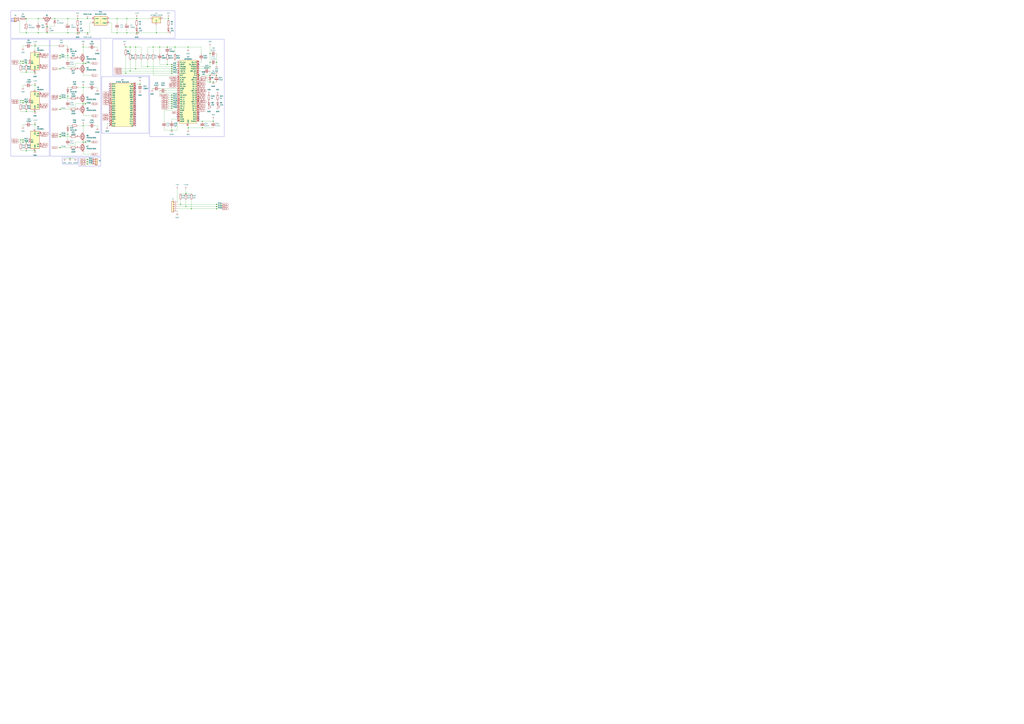
<source format=kicad_sch>
(kicad_sch (version 20230121) (generator eeschema)
  (paper "A0")
  (junction (at 199.39 82.55))
  (junction (at 135.89 21.59))
  (junction (at 195.58 21.59))
  (junction (at 215.9 224.79))
  (junction (at 135.89 38.1))
  (junction (at 99.06 120.65))
  (junction (at 69.85 171.45))
  (junction (at 194.31 54.61))
  (junction (at 30.48 83.82))
  (junction (at 54.61 38.1))
  (junction (at 185.42 54.61))
  (junction (at 40.64 83.82))
  (junction (at 69.85 158.75))
  (junction (at 147.32 38.1))
  (junction (at 78.74 156.21))
  (junction (at 158.75 38.1))
  (junction (at 194.31 74.93))
  (junction (at 96.52 101.6))
  (junction (at 90.17 21.59))
  (junction (at 30.48 165.1))
  (junction (at 24.13 162.56))
  (junction (at 96.52 146.05))
  (junction (at 251.46 242.57))
  (junction (at 199.39 120.65))
  (junction (at 218.44 54.61))
  (junction (at 199.39 77.47))
  (junction (at 81.28 184.15))
  (junction (at 69.85 67.31))
  (junction (at 151.13 54.61))
  (junction (at 199.39 113.03))
  (junction (at 78.74 38.1))
  (junction (at 26.67 119.38))
  (junction (at 99.06 73.66))
  (junction (at 24.13 71.12))
  (junction (at 101.6 185.42))
  (junction (at 69.85 114.3))
  (junction (at 30.48 129.54))
  (junction (at 171.45 77.47))
  (junction (at 243.84 87.63))
  (junction (at 181.61 38.1))
  (junction (at 44.45 21.59))
  (junction (at 78.74 21.59))
  (junction (at 199.39 74.93))
  (junction (at 30.48 73.66))
  (junction (at 99.06 165.1))
  (junction (at 251.46 72.39))
  (junction (at 234.95 140.97))
  (junction (at 30.48 175.26))
  (junction (at 251.46 237.49))
  (junction (at 69.85 111.76))
  (junction (at 40.64 99.06))
  (junction (at 243.84 72.39))
  (junction (at 247.65 140.97))
  (junction (at 247.65 95.25))
  (junction (at 26.67 71.12))
  (junction (at 26.67 162.56))
  (junction (at 146.05 85.09))
  (junction (at 101.6 38.1))
  (junction (at 96.52 165.1))
  (junction (at 101.6 190.5))
  (junction (at 40.64 144.78))
  (junction (at 199.39 151.13))
  (junction (at 199.39 115.57))
  (junction (at 199.39 85.09))
  (junction (at 78.74 111.76))
  (junction (at 209.55 237.49))
  (junction (at 158.75 21.59))
  (junction (at 78.74 64.77))
  (junction (at 199.39 110.49))
  (junction (at 151.13 82.55))
  (junction (at 63.5 21.59))
  (junction (at 40.64 53.34))
  (junction (at 96.52 120.65))
  (junction (at 96.52 54.61))
  (junction (at 30.48 21.59))
  (junction (at 157.48 80.01))
  (junction (at 162.56 97.79))
  (junction (at 251.46 240.03))
  (junction (at 101.6 21.59))
  (junction (at 147.32 21.59))
  (junction (at 243.84 62.23))
  (junction (at 199.39 125.73))
  (junction (at 44.45 38.1))
  (junction (at 90.17 38.1))
  (junction (at 26.67 165.1))
  (junction (at 215.9 240.03))
  (junction (at 199.39 123.19))
  (junction (at 177.8 54.61))
  (junction (at 157.48 54.61))
  (junction (at 69.85 127))
  (junction (at 40.64 175.26))
  (junction (at 199.39 80.01))
  (junction (at 40.64 129.54))
  (junction (at 30.48 38.1))
  (junction (at 146.05 54.61))
  (junction (at 101.6 187.96))
  (junction (at 222.25 242.57))
  (junction (at 24.13 116.84))
  (junction (at 231.14 87.63))
  (junction (at 199.39 118.11))
  (junction (at 69.85 156.21))
  (junction (at 243.84 95.25))
  (junction (at 69.85 80.01))
  (junction (at 69.85 64.77))
  (junction (at 26.67 73.66))
  (junction (at 26.67 116.84))
  (junction (at 218.44 148.59))
  (junction (at 54.61 30.48))
  (junction (at 243.84 77.47))
  (junction (at 234.95 148.59))
  (junction (at 30.48 119.38))
  (junction (at 96.52 73.66))
  (junction (at 251.46 87.63))
  (junction (at 203.2 54.61))
  (no_connect (at 157.48 135.89))
  (no_connect (at 157.48 133.35))
  (no_connect (at 127 140.97))
  (no_connect (at 205.74 133.35))
  (no_connect (at 157.48 130.81))
  (no_connect (at 127 128.27))
  (no_connect (at 157.48 143.51))
  (no_connect (at 231.14 133.35))
  (no_connect (at 231.14 74.93))
  (no_connect (at 157.48 107.95))
  (no_connect (at 157.48 102.87))
  (no_connect (at 157.48 118.11))
  (no_connect (at 157.48 146.05))
  (no_connect (at 157.48 110.49))
  (no_connect (at 127 97.79))
  (no_connect (at 157.48 105.41))
  (no_connect (at 157.48 140.97))
  (no_connect (at 157.48 128.27))
  (no_connect (at 127 102.87))
  (no_connect (at 231.14 130.81))
  (no_connect (at 127 146.05))
  (no_connect (at 157.48 100.33))
  (no_connect (at 157.48 138.43))
  (no_connect (at 231.14 138.43))
  (no_connect (at 157.48 125.73))
  (no_connect (at 127 130.81))
  (no_connect (at 205.74 135.89))
  (no_connect (at 127 100.33))
  (no_connect (at 157.48 113.03))
  (no_connect (at 157.48 120.65))
  (no_connect (at 231.14 135.89))
  (no_connect (at 127 125.73))
  (no_connect (at 157.48 115.57))
  (no_connect (at 127 105.41))
  (no_connect (at 157.48 123.19))
  (no_connect (at 127 123.19))
  (wire (pts (xy 106.68 134.62) (xy 96.52 134.62)))
  (wire (pts (xy 67.31 127) (xy 69.85 127)))
  (wire (pts (xy 218.44 148.59) (xy 234.95 148.59)))
  (wire (pts (xy 190.5 148.59) (xy 190.5 151.13)))
  (wire (pts (xy 232.41 90.17) (xy 231.14 90.17)))
  (wire (pts (xy 129.54 38.1) (xy 135.89 38.1)))
  (wire (pts (xy 44.45 34.29) (xy 44.45 38.1)))
  (wire (pts (xy 74.93 53.34) (xy 78.74 53.34)))
  (wire (pts (xy 40.64 53.34) (xy 40.64 58.42)))
  (wire (pts (xy 69.85 158.75) (xy 81.28 158.75)))
  (wire (pts (xy 44.45 38.1) (xy 54.61 38.1)))
  (wire (pts (xy 243.84 53.34) (xy 243.84 62.23)))
  (wire (pts (xy 234.95 140.97) (xy 231.14 140.97)))
  (wire (pts (xy 158.75 22.86) (xy 158.75 21.59)))
  (wire (pts (xy 199.39 77.47) (xy 205.74 77.47)))
  (wire (pts (xy 40.64 99.06) (xy 40.64 104.14)))
  (wire (pts (xy 90.17 38.1) (xy 101.6 38.1)))
  (polyline (pts (xy 130.81 87.63) (xy 173.99 87.63)))
  (wire (pts (xy 157.48 54.61) (xy 157.48 62.23)))
  (wire (pts (xy 67.31 156.21) (xy 69.85 156.21)))
  (wire (pts (xy 140.97 80.01) (xy 157.48 80.01)))
  (wire (pts (xy 30.48 82.55) (xy 30.48 83.82)))
  (wire (pts (xy 163.83 62.23) (xy 163.83 54.61)))
  (wire (pts (xy 185.42 74.93) (xy 185.42 69.85)))
  (wire (pts (xy 22.86 38.1) (xy 30.48 38.1)))
  (wire (pts (xy 54.61 38.1) (xy 78.74 38.1)))
  (wire (pts (xy 199.39 80.01) (xy 205.74 80.01)))
  (wire (pts (xy 78.74 111.76) (xy 78.74 116.84)))
  (wire (pts (xy 26.67 73.66) (xy 30.48 73.66)))
  (wire (pts (xy 67.31 158.75) (xy 69.85 158.75)))
  (wire (pts (xy 195.58 113.03) (xy 199.39 113.03)))
  (wire (pts (xy 218.44 146.05) (xy 218.44 148.59)))
  (wire (pts (xy 90.17 20.32) (xy 90.17 21.59)))
  (wire (pts (xy 29.21 99.06) (xy 26.67 99.06)))
  (wire (pts (xy 177.8 54.61) (xy 177.8 62.23)))
  (wire (pts (xy 21.59 162.56) (xy 24.13 162.56)))
  (wire (pts (xy 147.32 21.59) (xy 147.32 26.67)))
  (wire (pts (xy 205.74 242.57) (xy 222.25 242.57)))
  (wire (pts (xy 215.9 224.79) (xy 222.25 224.79)))
  (wire (pts (xy 209.55 224.79) (xy 215.9 224.79)))
  (wire (pts (xy 147.32 38.1) (xy 158.75 38.1)))
  (wire (pts (xy 251.46 240.03) (xy 257.81 240.03)))
  (wire (pts (xy 181.61 29.21) (xy 181.61 38.1)))
  (wire (pts (xy 69.85 114.3) (xy 81.28 114.3)))
  (wire (pts (xy 96.52 53.34) (xy 96.52 54.61)))
  (wire (pts (xy 63.5 29.21) (xy 63.5 30.48)))
  (wire (pts (xy 24.13 128.27) (xy 24.13 129.54)))
  (wire (pts (xy 243.84 72.39) (xy 243.84 77.47)))
  (wire (pts (xy 74.93 184.15) (xy 81.28 184.15)))
  (polyline (pts (xy 130.81 45.72) (xy 260.35 45.72)))
  (wire (pts (xy 158.75 21.59) (xy 173.99 21.59)))
  (wire (pts (xy 96.52 165.1) (xy 99.06 165.1)))
  (wire (pts (xy 199.39 138.43) (xy 205.74 138.43)))
  (wire (pts (xy 96.52 120.65) (xy 87.63 120.65)))
  (wire (pts (xy 146.05 85.09) (xy 146.05 64.77)))
  (wire (pts (xy 69.85 156.21) (xy 78.74 156.21)))
  (wire (pts (xy 195.58 22.86) (xy 195.58 21.59)))
  (wire (pts (xy 78.74 109.22) (xy 78.74 111.76)))
  (wire (pts (xy 96.52 54.61) (xy 96.52 62.23)))
  (wire (pts (xy 233.68 62.23) (xy 233.68 54.61)))
  (wire (pts (xy 233.68 54.61) (xy 218.44 54.61)))
  (wire (pts (xy 243.84 82.55) (xy 243.84 87.63)))
  (wire (pts (xy 144.78 53.34) (xy 144.78 54.61)))
  (wire (pts (xy 190.5 151.13) (xy 199.39 151.13)))
  (wire (pts (xy 247.65 138.43) (xy 247.65 140.97)))
  (wire (pts (xy 24.13 82.55) (xy 24.13 83.82)))
  (wire (pts (xy 209.55 232.41) (xy 209.55 237.49)))
  (wire (pts (xy 81.28 184.15) (xy 87.63 184.15)))
  (wire (pts (xy 205.74 72.39) (xy 203.2 72.39)))
  (wire (pts (xy 247.65 95.25) (xy 251.46 95.25)))
  (wire (pts (xy 163.83 54.61) (xy 157.48 54.61)))
  (wire (pts (xy 26.67 116.84) (xy 33.02 116.84)))
  (wire (pts (xy 189.23 21.59) (xy 195.58 21.59)))
  (wire (pts (xy 22.86 24.13) (xy 22.86 38.1)))
  (wire (pts (xy 96.52 100.33) (xy 96.52 101.6)))
  (wire (pts (xy 199.39 118.11) (xy 205.74 118.11)))
  (wire (pts (xy 87.63 124.46) (xy 78.74 124.46)))
  (wire (pts (xy 24.13 162.56) (xy 24.13 166.37)))
  (wire (pts (xy 176.53 104.14) (xy 176.53 102.87)))
  (wire (pts (xy 199.39 125.73) (xy 205.74 125.73)))
  (wire (pts (xy 101.6 190.5) (xy 106.68 190.5)))
  (wire (pts (xy 67.31 111.76) (xy 69.85 111.76)))
  (wire (pts (xy 194.31 74.93) (xy 199.39 74.93)))
  (wire (pts (xy 195.58 118.11) (xy 199.39 118.11)))
  (wire (pts (xy 199.39 151.13) (xy 205.74 151.13)))
  (wire (pts (xy 96.52 146.05) (xy 96.52 153.67)))
  (wire (pts (xy 177.8 87.63) (xy 205.74 87.63)))
  (wire (pts (xy 231.14 80.01) (xy 243.84 80.01)))
  (wire (pts (xy 99.06 120.65) (xy 106.68 120.65)))
  (wire (pts (xy 251.46 242.57) (xy 257.81 242.57)))
  (wire (pts (xy 205.74 240.03) (xy 215.9 240.03)))
  (wire (pts (xy 90.17 22.86) (xy 90.17 21.59)))
  (wire (pts (xy 87.63 168.91) (xy 78.74 168.91)))
  (wire (pts (xy 222.25 232.41) (xy 222.25 242.57)))
  (wire (pts (xy 30.48 165.1) (xy 30.48 166.37)))
  (wire (pts (xy 40.64 53.34) (xy 67.31 53.34)))
  (wire (pts (xy 96.52 146.05) (xy 102.87 146.05)))
  (wire (pts (xy 110.49 54.61) (xy 113.03 54.61)))
  (wire (pts (xy 30.48 73.66) (xy 33.02 73.66)))
  (wire (pts (xy 113.03 146.05) (xy 113.03 148.59)))
  (wire (pts (xy 234.95 140.97) (xy 247.65 140.97)))
  (wire (pts (xy 96.52 120.65) (xy 99.06 120.65)))
  (wire (pts (xy 190.5 128.27) (xy 205.74 128.27)))
  (wire (pts (xy 106.68 87.63) (xy 96.52 87.63)))
  (wire (pts (xy 104.14 26.67) (xy 104.14 38.1)))
  (wire (pts (xy 146.05 54.61) (xy 146.05 57.15)))
  (wire (pts (xy 205.74 247.65) (xy 205.74 245.11)))
  (wire (pts (xy 231.14 87.63) (xy 243.84 87.63)))
  (wire (pts (xy 106.68 179.07) (xy 96.52 179.07)))
  (wire (pts (xy 140.97 82.55) (xy 151.13 82.55)))
  (wire (pts (xy 177.8 69.85) (xy 177.8 87.63)))
  (wire (pts (xy 24.13 175.26) (xy 30.48 175.26)))
  (wire (pts (xy 67.31 80.01) (xy 69.85 80.01)))
  (wire (pts (xy 87.63 77.47) (xy 78.74 77.47)))
  (wire (pts (xy 96.52 163.83) (xy 96.52 165.1)))
  (wire (pts (xy 69.85 127) (xy 81.28 127)))
  (wire (pts (xy 36.83 99.06) (xy 40.64 99.06)))
  (wire (pts (xy 24.13 83.82) (xy 30.48 83.82)))
  (wire (pts (xy 87.63 165.1) (xy 87.63 168.91)))
  (wire (pts (xy 21.59 165.1) (xy 26.67 165.1)))
  (wire (pts (xy 199.39 113.03) (xy 205.74 113.03)))
  (wire (pts (xy 90.17 146.05) (xy 96.52 146.05)))
  (wire (pts (xy 96.52 73.66) (xy 99.06 73.66)))
  (wire (pts (xy 236.22 82.55) (xy 231.14 82.55)))
  (wire (pts (xy 163.83 69.85) (xy 163.83 77.47)))
  (wire (pts (xy 26.67 162.56) (xy 33.02 162.56)))
  (wire (pts (xy 26.67 99.06) (xy 26.67 101.6)))
  (wire (pts (xy 158.75 20.32) (xy 158.75 21.59)))
  (wire (pts (xy 135.89 38.1) (xy 147.32 38.1)))
  (wire (pts (xy 209.55 237.49) (xy 251.46 237.49)))
  (wire (pts (xy 101.6 38.1) (xy 104.14 38.1)))
  (wire (pts (xy 199.39 151.13) (xy 199.39 148.59)))
  (wire (pts (xy 24.13 116.84) (xy 26.67 116.84)))
  (wire (pts (xy 162.56 97.79) (xy 157.48 97.79)))
  (wire (pts (xy 30.48 34.29) (xy 30.48 38.1)))
  (wire (pts (xy 30.48 38.1) (xy 44.45 38.1)))
  (wire (pts (xy 127 21.59) (xy 135.89 21.59)))
  (wire (pts (xy 171.45 54.61) (xy 177.8 54.61)))
  (wire (pts (xy 194.31 54.61) (xy 203.2 54.61)))
  (wire (pts (xy 243.84 62.23) (xy 243.84 72.39)))
  (wire (pts (xy 96.52 179.07) (xy 96.52 176.53)))
  (wire (pts (xy 78.74 21.59) (xy 78.74 26.67)))
  (wire (pts (xy 199.39 140.97) (xy 199.39 138.43)))
  (wire (pts (xy 87.63 120.65) (xy 87.63 124.46)))
  (wire (pts (xy 199.39 115.57) (xy 205.74 115.57)))
  (wire (pts (xy 195.58 123.19) (xy 199.39 123.19)))
  (wire (pts (xy 24.13 71.12) (xy 26.67 71.12)))
  (wire (pts (xy 96.52 54.61) (xy 102.87 54.61)))
  (wire (pts (xy 30.48 21.59) (xy 44.45 21.59)))
  (polyline (pts (xy 173.99 87.63) (xy 173.99 158.75)))
  (wire (pts (xy 40.64 144.78) (xy 40.64 149.86)))
  (wire (pts (xy 96.52 119.38) (xy 96.52 120.65)))
  (wire (pts (xy 205.74 140.97) (xy 205.74 151.13)))
  (wire (pts (xy 243.84 80.01) (xy 243.84 77.47)))
  (wire (pts (xy 100.33 185.42) (xy 101.6 185.42)))
  (wire (pts (xy 234.95 148.59) (xy 247.65 148.59)))
  (wire (pts (xy 30.48 119.38) (xy 33.02 119.38)))
  (wire (pts (xy 140.97 85.09) (xy 146.05 85.09)))
  (wire (pts (xy 124.46 143.51) (xy 124.46 147.32)))
  (wire (pts (xy 106.68 26.67) (xy 104.14 26.67)))
  (wire (pts (xy 78.74 38.1) (xy 90.17 38.1)))
  (wire (pts (xy 215.9 232.41) (xy 215.9 240.03)))
  (wire (pts (xy 203.2 54.61) (xy 203.2 62.23)))
  (wire (pts (xy 24.13 71.12) (xy 24.13 74.93)))
  (wire (pts (xy 44.45 21.59) (xy 44.45 26.67)))
  (wire (pts (xy 54.61 29.21) (xy 54.61 30.48)))
  (wire (pts (xy 199.39 110.49) (xy 205.74 110.49)))
  (wire (pts (xy 190.5 140.97) (xy 190.5 128.27)))
  (wire (pts (xy 199.39 123.19) (xy 205.74 123.19)))
  (wire (pts (xy 146.05 85.09) (xy 199.39 85.09)))
  (wire (pts (xy 127 26.67) (xy 129.54 26.67)))
  (wire (pts (xy 78.74 34.29) (xy 78.74 38.1)))
  (wire (pts (xy 135.89 21.59) (xy 147.32 21.59)))
  (wire (pts (xy 147.32 21.59) (xy 158.75 21.59)))
  (wire (pts (xy 231.14 85.09) (xy 231.14 87.63)))
  (wire (pts (xy 96.52 165.1) (xy 87.63 165.1)))
  (wire (pts (xy 218.44 148.59) (xy 218.44 151.13)))
  (wire (pts (xy 157.48 54.61) (xy 151.13 54.61)))
  (wire (pts (xy 30.48 173.99) (xy 30.48 175.26)))
  (wire (pts (xy 63.5 21.59) (xy 78.74 21.59)))
  (wire (pts (xy 78.74 21.59) (xy 90.17 21.59)))
  (wire (pts (xy 215.9 219.71) (xy 215.9 224.79)))
  (wire (pts (xy 69.85 171.45) (xy 81.28 171.45)))
  (wire (pts (xy 110.49 146.05) (xy 113.03 146.05)))
  (wire (pts (xy 100.33 190.5) (xy 101.6 190.5)))
  (wire (pts (xy 67.31 114.3) (xy 69.85 114.3)))
  (wire (pts (xy 21.59 71.12) (xy 24.13 71.12)))
  (wire (pts (xy 205.74 107.95) (xy 185.42 107.95)))
  (wire (pts (xy 241.3 90.17) (xy 241.3 95.25)))
  (wire (pts (xy 96.52 72.39) (xy 96.52 73.66)))
  (wire (pts (xy 135.89 21.59) (xy 135.89 26.67)))
  (wire (pts (xy 29.21 144.78) (xy 26.67 144.78)))
  (wire (pts (xy 177.8 54.61) (xy 185.42 54.61)))
  (wire (pts (xy 157.48 69.85) (xy 157.48 80.01)))
  (wire (pts (xy 195.58 115.57) (xy 199.39 115.57)))
  (wire (pts (xy 30.48 73.66) (xy 30.48 74.93)))
  (wire (pts (xy 185.42 54.61) (xy 194.31 54.61)))
  (wire (pts (xy 24.13 173.99) (xy 24.13 175.26)))
  (wire (pts (xy 26.67 144.78) (xy 26.67 147.32)))
  (wire (pts (xy 233.68 72.39) (xy 233.68 69.85)))
  (wire (pts (xy 147.32 34.29) (xy 147.32 38.1)))
  (wire (pts (xy 241.3 95.25) (xy 243.84 95.25)))
  (wire (pts (xy 96.52 144.78) (xy 96.52 146.05)))
  (wire (pts (xy 157.48 80.01) (xy 199.39 80.01)))
  (wire (pts (xy 30.48 119.38) (xy 30.48 120.65)))
  (wire (pts (xy 59.69 21.59) (xy 63.5 21.59)))
  (wire (pts (xy 99.06 165.1) (xy 106.68 165.1)))
  (polyline (pts (xy 260.35 158.75) (xy 260.35 45.72)))
  (wire (pts (xy 69.85 64.77) (xy 78.74 64.77)))
  (wire (pts (xy 110.49 101.6) (xy 113.03 101.6)))
  (wire (pts (xy 24.13 162.56) (xy 26.67 162.56)))
  (wire (pts (xy 101.6 21.59) (xy 106.68 21.59)))
  (wire (pts (xy 96.52 73.66) (xy 87.63 73.66)))
  (wire (pts (xy 163.83 77.47) (xy 171.45 77.47)))
  (wire (pts (xy 162.56 95.25) (xy 162.56 97.79)))
  (wire (pts (xy 195.58 125.73) (xy 199.39 125.73)))
  (polyline (pts (xy 130.81 45.72) (xy 130.81 87.63)))
  (wire (pts (xy 78.74 153.67) (xy 78.74 156.21)))
  (wire (pts (xy 21.59 116.84) (xy 24.13 116.84)))
  (wire (pts (xy 96.52 87.63) (xy 96.52 85.09)))
  (wire (pts (xy 205.74 219.71) (xy 205.74 234.95)))
  (wire (pts (xy 21.59 119.38) (xy 26.67 119.38)))
  (wire (pts (xy 146.05 54.61) (xy 144.78 54.61)))
  (wire (pts (xy 67.31 171.45) (xy 69.85 171.45)))
  (wire (pts (xy 129.54 26.67) (xy 129.54 38.1)))
  (wire (pts (xy 185.42 102.87) (xy 205.74 102.87)))
  (wire (pts (xy 195.58 120.65) (xy 199.39 120.65)))
  (wire (pts (xy 135.89 34.29) (xy 135.89 38.1)))
  (wire (pts (xy 82.55 101.6) (xy 78.74 101.6)))
  (wire (pts (xy 113.03 101.6) (xy 113.03 104.14)))
  (wire (pts (xy 30.48 83.82) (xy 40.64 83.82)))
  (wire (pts (xy 199.39 85.09) (xy 205.74 85.09)))
  (wire (pts (xy 90.17 101.6) (xy 96.52 101.6)))
  (wire (pts (xy 24.13 116.84) (xy 24.13 120.65)))
  (wire (pts (xy 176.53 102.87) (xy 177.8 102.87)))
  (wire (pts (xy 171.45 69.85) (xy 171.45 77.47)))
  (wire (pts (xy 203.2 72.39) (xy 203.2 69.85)))
  (wire (pts (xy 215.9 240.03) (xy 251.46 240.03)))
  (wire (pts (xy 24.13 129.54) (xy 30.48 129.54)))
  (wire (pts (xy 26.67 53.34) (xy 26.67 55.88)))
  (wire (pts (xy 69.85 67.31) (xy 81.28 67.31)))
  (wire (pts (xy 36.83 144.78) (xy 40.64 144.78)))
  (wire (pts (xy 78.74 64.77) (xy 78.74 69.85)))
  (wire (pts (xy 96.52 73.66) (xy 96.52 74.93)))
  (wire (pts (xy 30.48 21.59) (xy 30.48 26.67)))
  (wire (pts (xy 113.03 54.61) (xy 113.03 57.15)))
  (wire (pts (xy 29.21 53.34) (xy 26.67 53.34)))
  (wire (pts (xy 195.58 110.49) (xy 199.39 110.49)))
  (wire (pts (xy 203.2 54.61) (xy 218.44 54.61)))
  (wire (pts (xy 127 143.51) (xy 124.46 143.51)))
  (wire (pts (xy 185.42 74.93) (xy 194.31 74.93)))
  (wire (pts (xy 251.46 62.23) (xy 251.46 72.39)))
  (wire (pts (xy 78.74 156.21) (xy 78.74 161.29)))
  (wire (pts (xy 90.17 21.59) (xy 101.6 21.59)))
  (wire (pts (xy 199.39 82.55) (xy 205.74 82.55)))
  (wire (pts (xy 195.58 20.32) (xy 195.58 21.59)))
  (wire (pts (xy 99.06 73.66) (xy 106.68 73.66)))
  (wire (pts (xy 30.48 175.26) (xy 40.64 175.26)))
  (wire (pts (xy 101.6 185.42) (xy 106.68 185.42)))
  (wire (pts (xy 100.33 187.96) (xy 101.6 187.96)))
  (wire (pts (xy 185.42 62.23) (xy 185.42 54.61)))
  (wire (pts (xy 222.25 242.57) (xy 251.46 242.57)))
  (wire (pts (xy 54.61 30.48) (xy 63.5 30.48)))
  (wire (pts (xy 251.46 72.39) (xy 251.46 76.2)))
  (wire (pts (xy 171.45 62.23) (xy 171.45 54.61)))
  (wire (pts (xy 78.74 62.23) (xy 78.74 64.77)))
  (wire (pts (xy 151.13 82.55) (xy 199.39 82.55)))
  (wire (pts (xy 30.48 128.27) (xy 30.48 129.54)))
  (wire (pts (xy 151.13 82.55) (xy 151.13 69.85)))
  (wire (pts (xy 82.55 146.05) (xy 78.74 146.05)))
  (wire (pts (xy 151.13 54.61) (xy 151.13 62.23)))
  (wire (pts (xy 26.67 119.38) (xy 30.48 119.38)))
  (wire (pts (xy 67.31 67.31) (xy 69.85 67.31)))
  (wire (pts (xy 185.42 107.95) (xy 185.42 105.41)))
  (wire (pts (xy 194.31 74.93) (xy 194.31 69.85)))
  (wire (pts (xy 218.44 54.61) (xy 218.44 57.15)))
  (wire (pts (xy 251.46 86.36) (xy 251.46 87.63)))
  (wire (pts (xy 78.74 53.34) (xy 78.74 54.61)))
  (wire (pts (xy 243.84 77.47) (xy 231.14 77.47)))
  (wire (pts (xy 96.52 101.6) (xy 102.87 101.6)))
  (wire (pts (xy 243.84 95.25) (xy 247.65 95.25)))
  (wire (pts (xy 181.61 38.1) (xy 195.58 38.1)))
  (wire (pts (xy 96.52 165.1) (xy 96.52 166.37)))
  (wire (pts (xy 44.45 21.59) (xy 49.53 21.59)))
  (wire (pts (xy 241.3 90.17) (xy 240.03 90.17)))
  (wire (pts (xy 26.67 71.12) (xy 33.02 71.12)))
  (wire (pts (xy 193.04 105.41) (xy 205.74 105.41)))
  (wire (pts (xy 69.85 111.76) (xy 78.74 111.76)))
  (wire (pts (xy 69.85 80.01) (xy 81.28 80.01)))
  (wire (pts (xy 199.39 74.93) (xy 205.74 74.93)))
  (wire (pts (xy 21.59 73.66) (xy 26.67 73.66)))
  (wire (pts (xy 26.67 165.1) (xy 30.48 165.1)))
  (wire (pts (xy 30.48 165.1) (xy 33.02 165.1)))
  (wire (pts (xy 205.74 237.49) (xy 209.55 237.49)))
  (wire (pts (xy 96.52 134.62) (xy 96.52 132.08)))
  (wire (pts (xy 151.13 54.61) (xy 146.05 54.61)))
  (wire (pts (xy 67.31 64.77) (xy 69.85 64.77)))
  (wire (pts (xy 181.61 38.1) (xy 158.75 38.1)))
  (polyline (pts (xy 173.99 158.75) (xy 260.35 158.75)))
  (wire (pts (xy 231.14 72.39) (xy 233.68 72.39)))
  (wire (pts (xy 101.6 187.96) (xy 106.68 187.96)))
  (wire (pts (xy 87.63 73.66) (xy 87.63 77.47)))
  (wire (pts (xy 251.46 237.49) (xy 257.81 237.49)))
  (wire (pts (xy 30.48 129.54) (xy 40.64 129.54)))
  (wire (pts (xy 171.45 77.47) (xy 199.39 77.47)))
  (wire (pts (xy 199.39 120.65) (xy 205.74 120.65)))
  (wire (pts (xy 96.52 120.65) (xy 96.52 121.92)))
  (wire (pts (xy 96.52 101.6) (xy 96.52 109.22)))
  (wire (pts (xy 36.83 53.34) (xy 40.64 53.34)))
  (rectangle (start 12.7 12.7) (end 203.2 44.45))
  (rectangle (start 118.11 88.9) (end 172.72 154.94))
  (rectangle (start 58.42 45.72) (end 116.84 181.61))
  (rectangle (start 12.7 45.72) (end 57.15 181.61))
  (rectangle (start 91.44 182.88) (end 116.84 193.04))
  (rectangle (start 72.39 182.88) (end 90.17 190.5))
  (text "24V" (at 12.7 22.86 0) (effects (font (size 1.27 1.27)) (justify left bottom)))
  (text "GND" (at 12.7 25.4 0) (effects (font (size 1.27 1.27)) (justify left bottom)))
  (global_label "GH_A" (shape output) (at 48.26 66.04 0) (property "Intersheetrefs" "${INTERSHEET_REFS}" (effects hide)))
  (global_label "INL_B" (shape input) (at 195.58 120.65 180) (property "Intersheetrefs" "${INTERSHEET_REFS}" (effects hide)))
  (global_label "GAIN" (shape input) (at 205.74 95.25 180) (property "Intersheetrefs" "${INTERSHEET_REFS}" (effects hide)))
  (global_label "GL_B" (shape output) (at 231.14 113.03 0) (property "Intersheetrefs" "${INTERSHEET_REFS}" (effects hide)))
  (global_label "M_OC" (shape input) (at 205.74 92.71 180) (property "Intersheetrefs" "${INTERSHEET_REFS}" (effects hide)))
  (global_label "SH_A" (shape input) (at 231.14 97.79 0) (property "Intersheetrefs" "${INTERSHEET_REFS}" (effects hide)))
  (global_label "BST_C" (shape input) (at 48.26 154.94 0) (property "Intersheetrefs" "${INTERSHEET_REFS}" (effects hide)))
  (global_label "GL_C" (shape input) (at 67.31 171.45 180) (property "Intersheetrefs" "${INTERSHEET_REFS}" (effects hide)))
  (global_label "nOCTW" (shape output) (at 140.97 82.55 180) (property "Intersheetrefs" "${INTERSHEET_REFS}" (effects hide)))
  (global_label "GH_C" (shape output) (at 231.14 120.65 0) (property "Intersheetrefs" "${INTERSHEET_REFS}" (effects hide)))
  (global_label "INL_B" (shape output) (at 127 118.11 180) (property "Intersheetrefs" "${INTERSHEET_REFS}" (effects hide)))
  (global_label "INH_B" (shape output) (at 127 110.49 180) (property "Intersheetrefs" "${INTERSHEET_REFS}" (effects hide)))
  (global_label "SH_C" (shape input) (at 231.14 123.19 0) (property "Intersheetrefs" "${INTERSHEET_REFS}" (effects hide)))
  (global_label "BST_B" (shape input) (at 48.26 109.22 0) (property "Intersheetrefs" "${INTERSHEET_REFS}" (effects hide)))
  (global_label "GL_C" (shape output) (at 48.26 170.18 0) (property "Intersheetrefs" "${INTERSHEET_REFS}" (effects hide)))
  (global_label "INL_C" (shape input) (at 195.58 125.73 180) (property "Intersheetrefs" "${INTERSHEET_REFS}" (effects hide)))
  (global_label "HallW" (shape output) (at 257.81 242.57 0) (property "Intersheetrefs" "${INTERSHEET_REFS}" (effects hide)))
  (global_label "BST_C" (shape output) (at 67.31 156.21 180) (property "Intersheetrefs" "${INTERSHEET_REFS}" (effects hide)))
  (global_label "INH_C" (shape input) (at 21.59 162.56 180) (property "Intersheetrefs" "${INTERSHEET_REFS}" (effects hide)))
  (global_label "SH_A" (shape input) (at 48.26 76.2 0) (property "Intersheetrefs" "${INTERSHEET_REFS}" (effects hide)))
  (global_label "INL_C" (shape output) (at 127 120.65 180) (property "Intersheetrefs" "${INTERSHEET_REFS}" (effects hide)))
  (global_label "GH_B" (shape output) (at 231.14 107.95 0) (property "Intersheetrefs" "${INTERSHEET_REFS}" (effects hide)))
  (global_label "M_PWM" (shape input) (at 205.74 90.17 180) (property "Intersheetrefs" "${INTERSHEET_REFS}" (effects hide)))
  (global_label "HallU" (shape output) (at 257.81 237.49 0) (property "Intersheetrefs" "${INTERSHEET_REFS}" (effects hide)))
  (global_label "GL_B" (shape input) (at 67.31 127 180) (property "Intersheetrefs" "${INTERSHEET_REFS}" (effects hide)))
  (global_label "GH_A" (shape input) (at 67.31 67.31 180) (property "Intersheetrefs" "${INTERSHEET_REFS}" (effects hide)))
  (global_label "SL_C" (shape input) (at 231.14 128.27 0) (property "Intersheetrefs" "${INTERSHEET_REFS}" (effects hide)))
  (global_label "DC_CAL" (shape input) (at 205.74 100.33 180) (property "Intersheetrefs" "${INTERSHEET_REFS}" (effects hide)))
  (global_label "INH_C" (shape input) (at 195.58 123.19 180) (property "Intersheetrefs" "${INTERSHEET_REFS}" (effects hide)))
  (global_label "nFault" (shape output) (at 140.97 85.09 180) (property "Intersheetrefs" "${INTERSHEET_REFS}" (effects hide)))
  (global_label "SH_C" (shape input) (at 100.33 190.5 180) (property "Intersheetrefs" "${INTERSHEET_REFS}" (effects hide)))
  (global_label "BST_A" (shape input) (at 231.14 92.71 0) (property "Intersheetrefs" "${INTERSHEET_REFS}" (effects hide)))
  (global_label "REF" (shape input) (at 205.74 130.81 180) (property "Intersheetrefs" "${INTERSHEET_REFS}" (effects hide)))
  (global_label "BST_A" (shape output) (at 67.31 64.77 180) (property "Intersheetrefs" "${INTERSHEET_REFS}" (effects hide)))
  (global_label "SH_A" (shape input) (at 100.33 185.42 180) (property "Intersheetrefs" "${INTERSHEET_REFS}" (effects hide)))
  (global_label "INH_A" (shape input) (at 195.58 113.03 180) (property "Intersheetrefs" "${INTERSHEET_REFS}" (effects hide)))
  (global_label "SH_B" (shape output) (at 106.68 120.65 0) (property "Intersheetrefs" "${INTERSHEET_REFS}" (effects hide)))
  (global_label "INL_A" (shape input) (at 195.58 115.57 180) (property "Intersheetrefs" "${INTERSHEET_REFS}" (effects hide)))
  (global_label "GH_A" (shape output) (at 231.14 95.25 0) (property "Intersheetrefs" "${INTERSHEET_REFS}" (effects hide)))
  (global_label "HallV" (shape input) (at 127 135.89 180) (property "Intersheetrefs" "${INTERSHEET_REFS}" (effects hide)))
  (global_label "BST_B" (shape input) (at 231.14 105.41 0) (property "Intersheetrefs" "${INTERSHEET_REFS}" (effects hide)))
  (global_label "SH_C" (shape output) (at 106.68 165.1 0) (property "Intersheetrefs" "${INTERSHEET_REFS}" (effects hide)))
  (global_label "SL_A" (shape input) (at 231.14 102.87 0) (property "Intersheetrefs" "${INTERSHEET_REFS}" (effects hide)))
  (global_label "BST_B" (shape output) (at 67.31 111.76 180) (property "Intersheetrefs" "${INTERSHEET_REFS}" (effects hide)))
  (global_label "INL_C" (shape input) (at 21.59 165.1 180) (property "Intersheetrefs" "${INTERSHEET_REFS}" (effects hide)))
  (global_label "GH_C" (shape input) (at 67.31 158.75 180) (property "Intersheetrefs" "${INTERSHEET_REFS}" (effects hide)))
  (global_label "INH_A" (shape output) (at 127 107.95 180) (property "Intersheetrefs" "${INTERSHEET_REFS}" (effects hide)))
  (global_label "INH_A" (shape input) (at 21.59 71.12 180) (property "Intersheetrefs" "${INTERSHEET_REFS}" (effects hide)))
  (global_label "GL_C" (shape output) (at 231.14 125.73 0) (property "Intersheetrefs" "${INTERSHEET_REFS}" (effects hide)))
  (global_label "GH_C" (shape output) (at 48.26 157.48 0) (property "Intersheetrefs" "${INTERSHEET_REFS}" (effects hide)))
  (global_label "SH_B" (shape input) (at 100.33 187.96 180) (property "Intersheetrefs" "${INTERSHEET_REFS}" (effects hide)))
  (global_label "SH_C" (shape input) (at 48.26 167.64 0) (property "Intersheetrefs" "${INTERSHEET_REFS}" (effects hide)))
  (global_label "EN_GATE" (shape input) (at 195.58 110.49 180) (property "Intersheetrefs" "${INTERSHEET_REFS}" (effects hide)))
  (global_label "SL_A" (shape output) (at 106.68 87.63 0) (property "Intersheetrefs" "${INTERSHEET_REFS}" (effects hide)))
  (global_label "BST_A" (shape input) (at 48.26 63.5 0) (property "Intersheetrefs" "${INTERSHEET_REFS}" (effects hide)))
  (global_label "SH_B" (shape input) (at 231.14 110.49 0) (property "Intersheetrefs" "${INTERSHEET_REFS}" (effects hide)))
  (global_label "GL_A" (shape input) (at 67.31 80.01 180) (property "Intersheetrefs" "${INTERSHEET_REFS}" (effects hide)))
  (global_label "HallW" (shape input) (at 127 138.43 180) (property "Intersheetrefs" "${INTERSHEET_REFS}" (effects hide)))
  (global_label "HallV" (shape output) (at 257.81 240.03 0) (property "Intersheetrefs" "${INTERSHEET_REFS}" (effects hide)))
  (global_label "SL_B" (shape input) (at 231.14 115.57 0) (property "Intersheetrefs" "${INTERSHEET_REFS}" (effects hide)))
  (global_label "PWGRD" (shape output) (at 140.97 80.01 180) (property "Intersheetrefs" "${INTERSHEET_REFS}" (effects hide)))
  (global_label "GL_B" (shape output) (at 48.26 124.46 0) (property "Intersheetrefs" "${INTERSHEET_REFS}" (effects hide)))
  (global_label "INL_A" (shape input) (at 21.59 73.66 180) (property "Intersheetrefs" "${INTERSHEET_REFS}" (effects hide)))
  (global_label "INH_C" (shape output) (at 127 113.03 180) (property "Intersheetrefs" "${INTERSHEET_REFS}" (effects hide)))
  (global_label "SL_B" (shape output) (at 106.68 134.62 0) (property "Intersheetrefs" "${INTERSHEET_REFS}" (effects hide)))
  (global_label "INH_B" (shape input) (at 195.58 118.11 180) (property "Intersheetrefs" "${INTERSHEET_REFS}" (effects hide)))
  (global_label "SL_C" (shape output) (at 106.68 179.07 0) (property "Intersheetrefs" "${INTERSHEET_REFS}" (effects hide)))
  (global_label "SH_A" (shape output) (at 106.68 73.66 0) (property "Intersheetrefs" "${INTERSHEET_REFS}" (effects hide)))
  (global_label "HallU" (shape input) (at 127 133.35 180) (property "Intersheetrefs" "${INTERSHEET_REFS}" (effects hide)))
  (global_label "BST_C" (shape input) (at 231.14 118.11 0) (property "Intersheetrefs" "${INTERSHEET_REFS}" (effects hide)))
  (global_label "INL_A" (shape output) (at 127 115.57 180) (property "Intersheetrefs" "${INTERSHEET_REFS}" (effects hide)))
  (global_label "SH_B" (shape input) (at 48.26 121.92 0) (property "Intersheetrefs" "${INTERSHEET_REFS}" (effects hide)))
  (global_label "OC_ADJ" (shape input) (at 205.74 97.79 180) (property "Intersheetrefs" "${INTERSHEET_REFS}" (effects hide)))
  (global_label "GH_B" (shape output) (at 48.26 111.76 0) (property "Intersheetrefs" "${INTERSHEET_REFS}" (effects hide)))
  (global_label "INH_B" (shape input) (at 21.59 116.84 180) (property "Intersheetrefs" "${INTERSHEET_REFS}" (effects hide)))
  (global_label "GL_A" (shape output) (at 231.14 100.33 0) (property "Intersheetrefs" "${INTERSHEET_REFS}" (effects hide)))
  (global_label "INL_B" (shape input) (at 21.59 119.38 180) (property "Intersheetrefs" "${INTERSHEET_REFS}" (effects hide)))
  (global_label "GH_B" (shape input) (at 67.31 114.3 180) (property "Intersheetrefs" "${INTERSHEET_REFS}" (effects hide)))
  (global_label "GL_A" (shape output) (at 48.26 78.74 0) (property "Intersheetrefs" "${INTERSHEET_REFS}" (effects hide)))
  (symbol (lib_id "Connector:TestPoint_Small") (at 199.39 77.47 0) (unit 1)
    (property "Reference" "TP7" (at 200.66 76.2 0) (effects (justify left)))
    (property "Value" "TestPoint_Small" (effects hide))
    (property "Footprint" "TestPoint:TestPoint_Pad_1.5x1.5mm" (effects hide))
  )
  (symbol (lib_id "power:GND2") (at 113.03 104.14 0) (unit 1)
    (property "Reference" "#PWR021" (effects hide))
    (property "Value" "GND2" (at 113.03 109.22 0))
  )
  (symbol (lib_id "Device:R") (at 157.48 66.04 0) (unit 1)
    (property "Reference" "R8" (at 158.75 64.77 0) (effects (justify left)))
    (property "Value" "10k" (at 158.75 67.31 0) (effects (justify left)))
    (property "Footprint" "Resistor_SMD:R_0603_1608Metric_Pad0.98x0.95mm_HandSolder" (effects hide))
  )
  (symbol (lib_id "power:GND") (at 242.57 124.46 0) (unit 1)
    (property "Reference" "#PWR026" (effects hide))
    (property "Value" "GND" (at 242.57 129.54 0))
  )
  (symbol (lib_id "power:GND") (at 26.67 147.32 0) (unit 1)
    (property "Reference" "#PWR032" (effects hide))
    (property "Value" "GND" (at 26.67 152.4 0))
  )
  (symbol (lib_id "Connector:TestPoint_Small") (at 199.39 123.19 0) (unit 1)
    (property "Reference" "TP22" (at 200.66 121.92 0) (effects (justify left)))
    (property "Value" "TestPoint_Small" (effects hide))
    (property "Footprint" "TestPoint:TestPoint_Pad_1.5x1.5mm" (effects hide))
  )
  (symbol (lib_id "power:VCC") (at 144.78 53.34 0) (unit 1)
    (property "Reference" "#PWR08" (effects hide))
    (property "Value" "VCC" (at 144.78 48.26 0))
  )
  (symbol (lib_id "Device:R") (at 163.83 66.04 0) (unit 1)
    (property "Reference" "R9" (at 165.1 64.77 0) (effects (justify left)))
    (property "Value" "52k5" (at 165.1 67.31 0) (effects (justify left)))
    (property "Footprint" "Resistor_SMD:R_0603_1608Metric_Pad0.98x0.95mm_HandSolder" (effects hide))
  )
  (symbol (lib_id "Connector:TestPoint_Small") (at 251.46 242.57 0) (unit 1)
    (property "Reference" "TP33" (at 252.73 241.3 0) (effects (justify left)))
    (property "Value" "TestPoint_Small" (effects hide))
    (property "Footprint" "TestPoint:TestPoint_Pad_1.5x1.5mm" (effects hide))
  )
  (symbol (lib_id "Connector:TestPoint_Small") (at 26.67 73.66 0) (unit 1)
    (property "Reference" "TP4" (at 27.94 72.39 0) (effects (justify left)))
    (property "Value" "TestPoint_Small" (effects hide))
    (property "Footprint" "TestPoint:TestPoint_Pad_1.5x1.5mm" (effects hide))
  )
  (symbol (lib_id "Device:C") (at 135.89 30.48 0) (unit 1)
    (property "Reference" "C3" (at 139.7 29.21 0) (effects (justify left)))
    (property "Value" "1uF" (at 139.7 31.75 0) (effects (justify left)))
    (property "Footprint" "Capacitor_SMD:C_0603_1608Metric_Pad1.08x0.95mm_HandSolder" (effects hide))
  )
  (symbol (lib_id "Connector:TestPoint_Small") (at 69.85 67.31 0) (unit 1)
    (property "Reference" "TP2" (at 71.12 66.04 0) (effects (justify left)))
    (property "Value" "TestPoint_Small" (effects hide))
    (property "Footprint" "TestPoint:TestPoint_Pad_1.5x1.5mm" (effects hide))
  )
  (symbol (lib_id "power:VCC") (at 162.56 95.25 0) (unit 1)
    (property "Reference" "#PWR016" (effects hide))
    (property "Value" "VCC" (at 162.56 90.17 0))
  )
  (symbol (lib_id "Device:C") (at 181.61 102.87 90) (unit 1)
    (property "Reference" "C18" (at 181.61 96.52 90))
    (property "Value" "2.2uF" (at 181.61 99.06 90))
    (property "Footprint" "Capacitor_SMD:C_0603_1608Metric_Pad1.08x0.95mm_HandSolder" (effects hide))
  )
  (symbol (lib_id "Transistor_FET:IPP060N06N") (at 93.98 127 0) (unit 1)
    (property "Reference" "Q5" (at 100.33 125.73 0) (effects (justify left)))
    (property "Value" "IPD031N03L" (at 100.33 128.27 0) (effects (justify left)))
    (property "Footprint" "Package_TO_SOT_SMD:TO-252-3_TabPin2" (effects hide))
    (property "Datasheet" "https://4donline.ihs.com/images/VipMasterIC/IC/INFN/INFNS27213/INFNS27213-1.pdf?hkey=6D3A4C79FDBF58556ACFDE234799DDF0" (effects hide))
  )
  (symbol (lib_id "power:+12V") (at 40.64 144.78 0) (unit 1)
    (property "Reference" "#PWR030" (effects hide))
    (property "Value" "+12V" (at 40.64 139.7 0))
  )
  (symbol (lib_id "Device:C_Polarized") (at 78.74 30.48 0) (unit 1)
    (property "Reference" "C2" (at 82.55 29.21 0) (effects (justify left)))
    (property "Value" "150uF" (at 82.55 31.75 0) (effects (justify left)))
    (property "Footprint" "Capacitor_SMD:CP_Elec_6.3x7.7" (effects hide))
  )
  (symbol (lib_id "Device:R") (at 85.09 158.75 90) (unit 1)
    (property "Reference" "R27" (at 85.09 153.67 90))
    (property "Value" "100R" (at 85.09 156.21 90))
    (property "Footprint" "Resistor_SMD:R_0603_1608Metric_Pad0.98x0.95mm_HandSolder" (effects hide))
  )
  (symbol (lib_id "Device:Fuse") (at 26.67 21.59 90) (unit 1)
    (property "Reference" "F1" (at 26.67 16.51 90))
    (property "Value" "Fuse" (at 26.67 19.05 90))
  )
  (symbol (lib_id "Connector:TestPoint_Small") (at 199.39 80.01 0) (unit 1)
    (property "Reference" "TP9" (at 200.66 78.74 0) (effects (justify left)))
    (property "Value" "TestPoint_Small" (effects hide))
    (property "Footprint" "TestPoint:TestPoint_Pad_1.5x1.5mm" (effects hide))
  )
  (symbol (lib_id "Device:C") (at 185.42 66.04 0) (unit 1)
    (property "Reference" "C9" (at 187.96 64.77 0) (effects (justify left)))
    (property "Value" "6.8nF" (at 187.96 67.31 0) (effects (justify left)))
    (property "Footprint" "Capacitor_SMD:C_0603_1608Metric_Pad1.08x0.95mm_HandSolder" (effects hide))
  )
  (symbol (lib_id "Device:C") (at 199.39 144.78 180) (unit 1)
    (property "Reference" "C23" (at 201.93 143.51 0) (effects (justify right)))
    (property "Value" "1uF" (at 201.93 146.05 0) (effects (justify right)))
    (property "Footprint" "Capacitor_SMD:C_0603_1608Metric_Pad1.08x0.95mm_HandSolder" (effects hide))
  )
  (symbol (lib_id "power:VCC") (at 195.58 20.32 0) (unit 1)
    (property "Reference" "#PWR03" (effects hide))
    (property "Value" "VCC" (at 195.58 15.24 0))
  )
  (symbol (lib_id "Connector:Screw_Terminal_01x03") (at 111.76 187.96 0) (unit 1)
    (property "Reference" "J3" (at 114.3 186.69 0) (effects (justify left)))
    (property "Value" "Screw_Terminal_01x03" (effects hide))
  )
  (symbol (lib_id "Device:R") (at 236.22 90.17 270) (unit 1)
    (property "Reference" "R18" (at 236.22 83.82 90))
    (property "Value" "1M" (at 236.22 86.36 90))
    (property "Footprint" "Resistor_SMD:R_0603_1608Metric_Pad0.98x0.95mm_HandSolder" (effects hide))
  )
  (symbol (lib_id "power:PWR_FLAG") (at 101.6 38.1 180) (unit 1)
    (property "Reference" "#FLG02" (effects hide))
    (property "Value" "PWR_FLAG" (at 101.6 43.18 0))
  )
  (symbol (lib_id "Transistor_FET:IPP060N06N") (at 93.98 171.45 0) (unit 1)
    (property "Reference" "Q7" (at 100.33 170.18 0) (effects (justify left)))
    (property "Value" "IPD031N03L" (at 100.33 172.72 0) (effects (justify left)))
    (property "Footprint" "Package_TO_SOT_SMD:TO-252-3_TabPin2" (effects hide))
    (property "Datasheet" "https://4donline.ihs.com/images/VipMasterIC/IC/INFN/INFNS27213/INFNS27213-1.pdf?hkey=6D3A4C79FDBF58556ACFDE234799DDF0" (effects hide))
  )
  (symbol (lib_id "Connector:Screw_Terminal_01x02") (at 17.78 21.59 0) (mirror y) (unit 1)
    (property "Reference" "J1" (at 17.78 17.78 0))
    (property "Value" "Screw_Terminal_01x02" (effects hide))
  )
  (symbol (lib_id "power:GND") (at 74.93 184.15 0) (unit 1)
    (property "Reference" "#PWR039" (effects hide))
    (property "Value" "GND" (at 74.93 189.23 0))
  )
  (symbol (lib_id "power:GND") (at 158.75 38.1 0) (unit 1)
    (property "Reference" "#PWR05" (effects hide))
    (property "Value" "GND" (at 158.75 43.18 0))
  )
  (symbol (lib_id "Device:D_Schottky") (at 243.84 91.44 90) (mirror x) (unit 1)
    (property "Reference" "D6" (at 245.11 90.17 90) (effects (justify right)))
    (property "Value" "D_Schottky" (effects hide))
  )
  (symbol (lib_id "power:VDD") (at 243.84 53.34 0) (unit 1)
    (property "Reference" "#PWR09" (effects hide))
    (property "Value" "VDD" (at 243.84 48.26 0))
  )
  (symbol (lib_id "Device:R") (at 85.09 114.3 90) (unit 1)
    (property "Reference" "R22" (at 85.09 109.22 90))
    (property "Value" "100R" (at 85.09 111.76 90))
    (property "Footprint" "Resistor_SMD:R_0603_1608Metric_Pad0.98x0.95mm_HandSolder" (effects hide))
  )
  (symbol (lib_id "Device:C") (at 190.5 144.78 180) (unit 1)
    (property "Reference" "C22" (at 193.04 143.51 0) (effects (justify right)))
    (property "Value" "1uF" (at 193.04 146.05 0) (effects (justify right)))
    (property "Footprint" "Capacitor_SMD:C_0603_1608Metric_Pad1.08x0.95mm_HandSolder" (effects hide))
  )
  (symbol (lib_id "Device:C") (at 44.45 30.48 0) (unit 1)
    (property "Reference" "C1" (at 48.26 29.21 0) (effects (justify left)))
    (property "Value" "1uF" (at 48.26 31.75 0) (effects (justify left)))
    (property "Footprint" "Capacitor_SMD:C_0603_1608Metric_Pad1.08x0.95mm_HandSolder" (effects hide))
  )
  (symbol (lib_id "Connector:TestPoint_Small") (at 99.06 120.65 0) (unit 1)
    (property "Reference" "TP20" (at 100.33 119.38 0) (effects (justify left)))
    (property "Value" "TestPoint_Small" (effects hide))
    (property "Footprint" "TestPoint:TestPoint_Pad_1.5x1.5mm" (effects hide))
  )
  (symbol (lib_id "Device:R") (at 85.09 80.01 90) (unit 1)
    (property "Reference" "R17" (at 85.09 82.55 90))
    (property "Value" "4R7" (at 85.09 85.09 90))
    (property "Footprint" "Resistor_SMD:R_0603_1608Metric_Pad0.98x0.95mm_HandSolder" (effects hide))
  )
  (symbol (lib_id "power:VCC") (at 90.17 20.32 0) (unit 1)
    (property "Reference" "#PWR01" (effects hide))
    (property "Value" "VCC" (at 90.17 15.24 0))
  )
  (symbol (lib_id "power:PWR_FLAG") (at 101.6 21.59 0) (unit 1)
    (property "Reference" "#FLG01" (effects hide))
    (property "Value" "PWR_FLAG" (at 101.6 16.51 0))
  )
  (symbol (lib_id "Connector:TestPoint_Small") (at 69.85 64.77 0) (unit 1)
    (property "Reference" "TP1" (at 71.12 63.5 0) (effects (justify left)))
    (property "Value" "TestPoint_Small" (effects hide))
    (property "Footprint" "TestPoint:TestPoint_Pad_1.5x1.5mm" (effects hide))
  )
  (symbol (lib_id "Device:R") (at 24.13 78.74 0) (unit 1)
    (property "Reference" "R15" (at 29.21 77.47 0) (effects (justify right)))
    (property "Value" "10k" (at 29.21 80.01 0) (effects (justify right)))
    (property "Footprint" "Resistor_SMD:R_0603_1608Metric_Pad0.98x0.95mm_HandSolder" (effects hide))
  )
  (symbol (lib_id "power:GND") (at 40.64 175.26 0) (unit 1)
    (property "Reference" "#PWR038" (effects hide))
    (property "Value" "GND" (at 40.64 180.34 0))
  )
  (symbol (lib_id "power:VCC") (at 252.73 109.22 0) (unit 1)
    (property "Reference" "#PWR025" (effects hide))
    (property "Value" "VCC" (at 252.73 104.14 0))
  )
  (symbol (lib_id "Device:R") (at 195.58 26.67 0) (unit 1)
    (property "Reference" "R3" (at 198.12 25.4 0) (effects (justify left)))
    (property "Value" "1K" (at 198.12 27.94 0) (effects (justify left)))
    (property "Footprint" "Resistor_SMD:R_0603_1608Metric_Pad0.98x0.95mm_HandSolder" (effects hide))
  )
  (symbol (lib_id "Device:R") (at 171.45 66.04 0) (unit 1)
    (property "Reference" "R10" (at 172.72 64.77 0) (effects (justify left)))
    (property "Value" "10k" (at 172.72 67.31 0) (effects (justify left)))
    (property "Footprint" "Resistor_SMD:R_0603_1608Metric_Pad0.98x0.95mm_HandSolder" (effects hide))
  )
  (symbol (lib_id "Device:LED") (at 252.73 120.65 90) (unit 1)
    (property "Reference" "D9" (at 255.27 119.38 90) (effects (justify right)))
    (property "Value" "LED" (at 255.27 121.92 90) (effects (justify right)))
  )
  (symbol (lib_id "Connector:TestPoint_Small") (at 69.85 80.01 0) (unit 1)
    (property "Reference" "TP8" (at 71.12 78.74 0) (effects (justify left)))
    (property "Value" "TestPoint_Small" (effects hide))
    (property "Footprint" "TestPoint:TestPoint_Pad_1.5x1.5mm" (effects hide))
  )
  (symbol (lib_id "Converter_DCDC:MEE1S2412SC") (at 116.84 24.13 0) (unit 1)
    (property "Reference" "PS1" (at 116.84 13.97 0))
    (property "Value" "MEE1S2412SC" (at 116.84 16.51 0))
    (property "Footprint" "Converter_DCDC:Converter_DCDC_Murata_MEE1SxxxxSC_THT" (effects hide))
    (property "Datasheet" "https://power.murata.com/pub/data/power/ncl/kdc_mee1.pdf" (effects hide))
  )
  (symbol (lib_id "power:GND") (at 251.46 76.2 0) (unit 1)
    (property "Reference" "#PWR013" (effects hide))
    (property "Value" "GND" (at 251.46 80.01 0))
  )
  (symbol (lib_id "Device:R") (at 146.05 60.96 0) (unit 1)
    (property "Reference" "R6" (at 147.32 59.69 0) (effects (justify left)))
    (property "Value" "10k" (at 147.32 62.23 0) (effects (justify left)))
    (property "Footprint" "Resistor_SMD:R_0603_1608Metric_Pad0.98x0.95mm_HandSolder" (effects hide))
  )
  (symbol (lib_id "Device:C") (at 106.68 54.61 90) (unit 1)
    (property "Reference" "C6" (at 106.68 48.26 90))
    (property "Value" "2.2uF" (at 106.68 50.8 90))
    (property "Footprint" "Capacitor_SMD:C_0603_1608Metric_Pad1.08x0.95mm_HandSolder" (effects hide))
  )
  (symbol (lib_id "power:GND") (at 162.56 105.41 0) (unit 1)
    (property "Reference" "#PWR023" (effects hide))
    (property "Value" "GND" (at 162.56 110.49 0))
  )
  (symbol (lib_id "Device:LED") (at 195.58 34.29 90) (unit 1)
    (property "Reference" "D4" (at 198.12 33.02 90) (effects (justify right)))
    (property "Value" "LED" (at 198.12 35.56 90) (effects (justify right)))
  )
  (symbol (lib_id "Device:C") (at 240.03 82.55 90) (unit 1)
    (property "Reference" "C13" (at 240.03 76.2 90))
    (property "Value" "0.1uF" (at 240.03 78.74 90))
    (property "Footprint" "Capacitor_SMD:C_0603_1608Metric_Pad1.08x0.95mm_HandSolder" (effects hide))
  )
  (symbol (lib_id "power:GND1") (at 199.39 151.13 0) (unit 1)
    (property "Reference" "#PWR035" (effects hide))
    (property "Value" "GND1" (at 199.39 156.21 0))
  )
  (symbol (lib_id "Driver_FET:IRS2004") (at 40.64 71.12 0) (unit 1)
    (property "Reference" "U3" (at 42.8341 55.88 0) (effects (justify left)))
    (property "Value" "IRS2004" (at 42.8341 58.42 0) (effects (justify left)))
    (property "Datasheet" "https://www.infineon.com/dgdl/irs2004pbf.pdf?fileId=5546d462533600a401535675b86b2782" (effects hide))
  )
  (symbol (lib_id "power:GND2") (at 113.03 148.59 0) (unit 1)
    (property "Reference" "#PWR034" (effects hide))
    (property "Value" "GND2" (at 113.03 153.67 0))
  )
  (symbol (lib_id "Transistor_FET:IPP060N06N") (at 93.98 80.01 0) (unit 1)
    (property "Reference" "Q3" (at 100.33 78.74 0) (effects (justify left)))
    (property "Value" "IPD031N03L" (at 100.33 81.28 0) (effects (justify left)))
    (property "Footprint" "Package_TO_SOT_SMD:TO-252-3_TabPin2" (effects hide))
    (property "Datasheet" "https://4donline.ihs.com/images/VipMasterIC/IC/INFN/INFNS27213/INFNS27213-1.pdf?hkey=6D3A4C79FDBF58556ACFDE234799DDF0" (effects hide))
  )
  (symbol (lib_id "Diode:1N4148") (at 78.74 149.86 90) (unit 1)
    (property "Reference" "D10" (at 81.28 148.59 90) (effects (justify right)))
    (property "Value" "1N4148" (at 81.28 151.13 90) (effects (justify right)))
    (property "Footprint" "Diode_THT:D_DO-35_SOD27_P7.62mm_Horizontal" (effects hide))
    (property "Datasheet" "https://assets.nexperia.com/documents/data-sheet/1N4148_1N4448.pdf" (effects hide))
    (property "Sim.Device" "D" (effects hide))
    (property "Sim.Pins" "1=K 2=A" (effects hide))
  )
  (symbol (lib_id "Device:R") (at 86.36 101.6 90) (unit 1)
    (property "Reference" "R19" (at 86.36 95.25 90))
    (property "Value" "10R" (at 86.36 97.79 90))
    (property "Footprint" "Resistor_SMD:R_0603_1608Metric_Pad0.98x0.95mm_HandSolder" (effects hide))
  )
  (symbol (lib_id "power:GND2") (at 87.63 184.15 0) (unit 1)
    (property "Reference" "#PWR041" (effects hide))
    (property "Value" "GND2" (at 87.63 189.23 0))
  )
  (symbol (lib_id "Connector:TestPoint_Small") (at 26.67 119.38 0) (unit 1)
    (property "Reference" "TP19" (at 27.94 118.11 0) (effects (justify left)))
    (property "Value" "TestPoint_Small" (effects hide))
    (property "Footprint" "TestPoint:TestPoint_Pad_1.5x1.5mm" (effects hide))
  )
  (symbol (lib_id "Device:R") (at 85.09 67.31 90) (unit 1)
    (property "Reference" "R14" (at 85.09 62.23 90))
    (property "Value" "4R7" (at 85.09 64.77 90))
    (property "Footprint" "Resistor_SMD:R_0603_1608Metric_Pad0.98x0.95mm_HandSolder" (effects hide))
  )
  (symbol (lib_id "power:GND") (at 40.64 129.54 0) (unit 1)
    (property "Reference" "#PWR028" (effects hide))
    (property "Value" "GND" (at 40.64 134.62 0))
  )
  (symbol (lib_id "Connector:TestPoint_Small") (at 251.46 240.03 0) (unit 1)
    (property "Reference" "TP32" (at 252.73 238.76 0) (effects (justify left)))
    (property "Value" "TestPoint_Small" (effects hide))
    (property "Footprint" "TestPoint:TestPoint_Pad_1.5x1.5mm" (effects hide))
  )
  (symbol (lib_id "power:GND") (at 26.67 55.88 0) (unit 1)
    (property "Reference" "#PWR010" (effects hide))
    (property "Value" "GND" (at 26.67 60.96 0))
  )
  (symbol (lib_id "power:VDD") (at 242.57 109.22 0) (unit 1)
    (property "Reference" "#PWR024" (effects hide))
    (property "Value" "VDD" (at 242.57 104.14 0))
  )
  (symbol (lib_id "power:VCC") (at 251.46 86.36 0) (unit 1)
    (property "Reference" "#PWR015" (effects hide))
    (property "Value" "VCC" (at 251.46 82.55 0))
  )
  (symbol (lib_id "Connector:TestPoint_Small") (at 199.39 115.57 0) (unit 1)
    (property "Reference" "TP16" (at 200.66 114.3 0) (effects (justify left)))
    (property "Value" "TestPoint_Small" (effects hide))
    (property "Footprint" "TestPoint:TestPoint_Pad_1.5x1.5mm" (effects hide))
  )
  (symbol (lib_id "Device:LED") (at 90.17 34.29 90) (unit 1)
    (property "Reference" "D2" (at 92.71 33.02 90) (effects (justify right)))
    (property "Value" "LED" (at 92.71 35.56 90) (effects (justify right)))
  )
  (symbol (lib_id "Connector:TestPoint_Small") (at 251.46 237.49 0) (unit 1)
    (property "Reference" "TP31" (at 252.73 236.22 0) (effects (justify left)))
    (property "Value" "TestPoint_Small" (effects hide))
    (property "Footprint" "TestPoint:TestPoint_Pad_1.5x1.5mm" (effects hide))
  )
  (symbol (lib_id "Connector:TestPoint_Small") (at 199.39 82.55 0) (unit 1)
    (property "Reference" "TP10" (at 200.66 81.28 0) (effects (justify left)))
    (property "Value" "TestPoint_Small" (effects hide))
    (property "Footprint" "TestPoint:TestPoint_Pad_1.5x1.5mm" (effects hide))
  )
  (symbol (lib_id "Connector:TestPoint_Small") (at 26.67 116.84 0) (unit 1)
    (property "Reference" "TP17" (at 27.94 115.57 0) (effects (justify left)))
    (property "Value" "TestPoint_Small" (effects hide))
    (property "Footprint" "TestPoint:TestPoint_Pad_1.5x1.5mm" (effects hide))
  )
  (symbol (lib_id "Transistor_FET:IPP060N06N") (at 93.98 67.31 0) (unit 1)
    (property "Reference" "Q2" (at 100.33 66.04 0) (effects (justify left)))
    (property "Value" "IPD031N03L" (at 100.33 68.58 0) (effects (justify left)))
    (property "Footprint" "Package_TO_SOT_SMD:TO-252-3_TabPin2" (effects hide))
    (property "Datasheet" "https://4donline.ihs.com/images/VipMasterIC/IC/INFN/INFNS27213/INFNS27213-1.pdf?hkey=6D3A4C79FDBF58556ACFDE234799DDF0" (effects hide))
  )
  (symbol (lib_id "Connector:TestPoint_Small") (at 99.06 73.66 0) (unit 1)
    (property "Reference" "TP5" (at 100.33 72.39 0) (effects (justify left)))
    (property "Value" "TestPoint_Small" (effects hide))
    (property "Footprint" "TestPoint:TestPoint_Pad_1.5x1.5mm" (effects hide))
  )
  (symbol (lib_id "Device:C") (at 189.23 105.41 90) (unit 1)
    (property "Reference" "C19" (at 189.23 96.52 90))
    (property "Value" "22nF" (at 189.23 99.06 90))
    (property "Footprint" "Capacitor_SMD:C_0603_1608Metric_Pad1.08x0.95mm_HandSolder" (effects hide))
  )
  (symbol (lib_id "Device:C_Polarized") (at 147.32 30.48 0) (unit 1)
    (property "Reference" "C4" (at 151.13 29.21 0) (effects (justify left)))
    (property "Value" "150uF" (at 151.13 31.75 0) (effects (justify left)))
    (property "Footprint" "Capacitor_SMD:CP_Elec_6.3x7.7" (effects hide))
  )
  (symbol (lib_id "Device:C") (at 247.65 72.39 90) (unit 1)
    (property "Reference" "C11" (at 247.65 66.04 90))
    (property "Value" "4.7uF" (at 245.11 68.58 90) (effects (justify right)))
    (property "Footprint" "Capacitor_SMD:C_0603_1608Metric_Pad1.08x0.95mm_HandSolder" (effects hide))
  )
  (symbol (lib_id "power:+12V") (at 40.64 53.34 0) (unit 1)
    (property "Reference" "#PWR06" (effects hide))
    (property "Value" "+12V" (at 40.64 48.26 0))
  )
  (symbol (lib_id "Device:R") (at 215.9 228.6 0) (unit 1)
    (property "Reference" "R29" (at 217.17 227.33 0) (effects (justify left)))
    (property "Value" "10k" (at 217.17 229.87 0) (effects (justify left)))
    (property "Footprint" "Resistor_SMD:R_0603_1608Metric_Pad0.98x0.95mm_HandSolder" (effects hide))
  )
  (symbol (lib_id "power:GND") (at 218.44 57.15 0) (unit 1)
    (property "Reference" "#PWR012" (effects hide))
    (property "Value" "GND" (at 218.44 62.23 0))
  )
  (symbol (lib_id "Device:R") (at 203.2 66.04 0) (unit 1)
    (property "Reference" "R13" (at 204.47 64.77 0) (effects (justify left)))
    (property "Value" "205k" (at 204.47 67.31 0) (effects (justify left)))
    (property "Footprint" "Resistor_SMD:R_0603_1608Metric_Pad0.98x0.95mm_HandSolder" (effects hide))
  )
  (symbol (lib_id "Device:C") (at 247.65 62.23 270) (unit 1)
    (property "Reference" "C8" (at 247.65 55.88 90))
    (property "Value" "0.1uF" (at 247.65 58.42 90))
    (property "Footprint" "Capacitor_SMD:C_0603_1608Metric_Pad1.08x0.95mm_HandSolder" (effects hide))
  )
  (symbol (lib_id "power:GND") (at 40.64 83.82 0) (unit 1)
    (property "Reference" "#PWR014" (effects hide))
    (property "Value" "GND" (at 40.64 88.9 0))
  )
  (symbol (lib_id "Connector:TestPoint_Small") (at 69.85 127 0) (unit 1)
    (property "Reference" "TP24" (at 71.12 125.73 0) (effects (justify left)))
    (property "Value" "TestPoint_Small" (effects hide))
    (property "Footprint" "TestPoint:TestPoint_Pad_1.5x1.5mm" (effects hide))
  )
  (symbol (lib_id "Device:R") (at 85.09 171.45 90) (unit 1)
    (property "Reference" "R33" (at 85.09 173.99 90))
    (property "Value" "100R" (at 85.09 176.53 90))
    (property "Footprint" "Resistor_SMD:R_0603_1608Metric_Pad0.98x0.95mm_HandSolder" (effects hide))
  )
  (symbol (lib_id "power:VDD") (at 96.52 53.34 0) (unit 1)
    (property "Reference" "#PWR07" (effects hide))
    (property "Value" "VDD" (at 96.52 48.26 0))
  )
  (symbol (lib_id "Transistor_FET:BS250") (at 54.61 24.13 90) (unit 1)
    (property "Reference" "Q1" (at 55.88 17.78 90) (effects (justify left)))
    (property "Value" "BS250" (effects hide))
    (property "Footprint" "Package_TO_SOT_THT:TO-92_Inline" (effects hide))
    (property "Datasheet" "http://www.vishay.com/docs/70209/70209.pdf" (effects hide))
  )
  (symbol (lib_id "Connector:TestPoint_Small") (at 99.06 165.1 0) (unit 1)
    (property "Reference" "TP29" (at 100.33 163.83 0) (effects (justify left)))
    (property "Value" "TestPoint_Small" (effects hide))
    (property "Footprint" "TestPoint:TestPoint_Pad_1.5x1.5mm" (effects hide))
  )
  (symbol (lib_id "power:+12V") (at 40.64 99.06 0) (unit 1)
    (property "Reference" "#PWR018" (effects hide))
    (property "Value" "+12V" (at 40.64 93.98 0))
  )
  (symbol (lib_id "power:GND") (at 218.44 151.13 0) (unit 1)
    (property "Reference" "#PWR036" (effects hide))
    (property "Value" "GND" (at 218.44 156.21 0))
  )
  (symbol (lib_id "Device:LED") (at 158.75 34.29 90) (unit 1)
    (property "Reference" "D3" (at 161.29 33.02 90) (effects (justify right)))
    (property "Value" "LED" (at 161.29 35.56 90) (effects (justify right)))
  )
  (symbol (lib_id "Diode:1N4148") (at 78.74 58.42 90) (unit 1)
    (property "Reference" "D5" (at 81.28 57.15 90) (effects (justify right)))
    (property "Value" "1N4148" (at 81.28 59.69 90) (effects (justify right)))
    (property "Footprint" "Diode_THT:D_DO-35_SOD27_P7.62mm_Horizontal" (effects hide))
    (property "Datasheet" "https://assets.nexperia.com/documents/data-sheet/1N4148_1N4448.pdf" (effects hide))
    (property "Sim.Device" "D" (effects hide))
    (property "Sim.Pins" "1=K 2=A" (effects hide))
  )
  (symbol (lib_id "Transistor_FET:IPP060N06N") (at 93.98 114.3 0) (unit 1)
    (property "Reference" "Q4" (at 100.33 113.03 0) (effects (justify left)))
    (property "Value" "IPD031N03L" (at 100.33 115.57 0) (effects (justify left)))
    (property "Footprint" "Package_TO_SOT_SMD:TO-252-3_TabPin2" (effects hide))
    (property "Datasheet" "https://4donline.ihs.com/images/VipMasterIC/IC/INFN/INFNS27213/INFNS27213-1.pdf?hkey=6D3A4C79FDBF58556ACFDE234799DDF0" (effects hide))
  )
  (symbol (lib_id "Device:R") (at 85.09 127 90) (unit 1)
    (property "Reference" "R25" (at 85.09 129.54 90))
    (property "Value" "100R" (at 85.09 132.08 90))
    (property "Footprint" "Resistor_SMD:R_0603_1608Metric_Pad0.98x0.95mm_HandSolder" (effects hide))
  )
  (symbol (lib_id "Connector:TestPoint_Small") (at 199.39 125.73 0) (unit 1)
    (property "Reference" "TP23" (at 200.66 124.46 0) (effects (justify left)))
    (property "Value" "TestPoint_Small" (effects hide))
    (property "Footprint" "TestPoint:TestPoint_Pad_1.5x1.5mm" (effects hide))
  )
  (symbol (lib_id "power:+12V") (at 158.75 20.32 0) (unit 1)
    (property "Reference" "#PWR02" (effects hide))
    (property "Value" "+12V" (at 158.75 15.24 0))
  )
  (symbol (lib_id "power:GND") (at 247.65 95.25 0) (unit 1)
    (property "Reference" "#PWR017" (effects hide))
    (property "Value" "GND" (at 247.65 100.33 0))
  )
  (symbol (lib_id "Device:R") (at 24.13 124.46 0) (unit 1)
    (property "Reference" "R23" (at 29.21 123.19 0) (effects (justify right)))
    (property "Value" "10k" (at 29.21 125.73 0) (effects (justify right)))
    (property "Footprint" "Resistor_SMD:R_0603_1608Metric_Pad0.98x0.95mm_HandSolder" (effects hide))
  )
  (symbol (lib_id "power:GND") (at 26.67 101.6 0) (unit 1)
    (property "Reference" "#PWR020" (effects hide))
    (property "Value" "GND" (at 26.67 106.68 0))
  )
  (symbol (lib_id "Connector:TestPoint_Small") (at 26.67 165.1 0) (unit 1)
    (property "Reference" "TP28" (at 27.94 163.83 0) (effects (justify left)))
    (property "Value" "TestPoint_Small" (effects hide))
    (property "Footprint" "TestPoint:TestPoint_Pad_1.5x1.5mm" (effects hide))
  )
  (symbol (lib_id "Gate_Driver:DRV8302") (at 205.74 68.58 0) (unit 1)
    (property "Reference" "U2" (at 218.44 66.04 0))
    (property "Value" "DRV8302" (at 218.44 68.58 0))
  )
  (symbol (lib_id "Device:C") (at 247.65 144.78 180) (unit 1)
    (property "Reference" "C25" (at 250.19 143.51 0) (effects (justify right)))
    (property "Value" "4.7uF" (at 250.19 146.05 0) (effects (justify right)))
    (property "Footprint" "Capacitor_SMD:C_0603_1608Metric_Pad1.08x0.95mm_HandSolder" (effects hide))
  )
  (symbol (lib_id "power:GND") (at 205.74 247.65 0) (unit 1)
    (property "Reference" "#PWR042" (effects hide))
    (property "Value" "GND" (at 205.74 252.73 0))
  )
  (symbol (lib_id "Connector:TestPoint_Small") (at 26.67 71.12 0) (unit 1)
    (property "Reference" "TP3" (at 27.94 69.85 0) (effects (justify left)))
    (property "Value" "TestPoint_Small" (effects hide))
    (property "Footprint" "TestPoint:TestPoint_Pad_1.5x1.5mm" (effects hide))
  )
  (symbol (lib_id "Device:C") (at 78.74 73.66 0) (unit 1)
    (property "Reference" "C12" (at 81.28 72.39 0) (effects (justify left)))
    (property "Value" "47nF" (at 81.28 74.93 0) (effects (justify left)))
    (property "Footprint" "Capacitor_SMD:C_0603_1608Metric_Pad1.08x0.95mm_HandSolder" (effects hide))
  )
  (symbol (lib_id "Device:C") (at 234.95 144.78 0) (unit 1)
    (property "Reference" "C24" (at 237.49 143.51 0) (effects (justify left)))
    (property "Value" "0.1uF" (at 237.49 146.05 0) (effects (justify left)))
    (property "Footprint" "Capacitor_SMD:C_0603_1608Metric_Pad1.08x0.95mm_HandSolder" (effects hide))
  )
  (symbol (lib_id "Connector:TestPoint_Small") (at 69.85 156.21 0) (unit 1)
    (property "Reference" "TP25" (at 71.12 154.94 0) (effects (justify left)))
    (property "Value" "TestPoint_Small" (effects hide))
    (property "Footprint" "TestPoint:TestPoint_Pad_1.5x1.5mm" (effects hide))
  )
  (symbol (lib_id "power:+5V") (at 205.74 219.71 0) (unit 1)
    (property "Reference" "#PWR043" (effects hide))
    (property "Value" "+5V" (at 205.74 214.63 0))
  )
  (symbol (lib_id "Device:C") (at 106.68 101.6 90) (unit 1)
    (property "Reference" "C16" (at 106.68 95.25 90))
    (property "Value" "2.2uF" (at 106.68 97.79 90))
    (property "Footprint" "Capacitor_SMD:C_0603_1608Metric_Pad1.08x0.95mm_HandSolder" (effects hide))
  )
  (symbol (lib_id "Connector:TestPoint_Small") (at 26.67 162.56 0) (unit 1)
    (property "Reference" "TP27" (at 27.94 161.29 0) (effects (justify left)))
    (property "Value" "TestPoint_Small" (effects hide))
    (property "Footprint" "TestPoint:TestPoint_Pad_1.5x1.5mm" (effects hide))
  )
  (symbol (lib_id "Connector:TestPoint_Small") (at 199.39 85.09 0) (unit 1)
    (property "Reference" "TP11" (at 200.66 83.82 0) (effects (justify left)))
    (property "Value" "TestPoint_Small" (effects hide))
    (property "Footprint" "TestPoint:TestPoint_Pad_1.5x1.5mm" (effects hide))
  )
  (symbol (lib_id "Device:R") (at 30.48 78.74 0) (unit 1)
    (property "Reference" "R16" (at 35.56 77.47 0) (effects (justify right)))
    (property "Value" "10k" (at 35.56 80.01 0) (effects (justify right)))
    (property "Footprint" "Resistor_SMD:R_0603_1608Metric_Pad0.98x0.95mm_HandSolder" (effects hide))
  )
  (symbol (lib_id "Device:R") (at 194.31 66.04 0) (unit 1)
    (property "Reference" "R12" (at 195.58 64.77 0) (effects (justify left)))
    (property "Value" "16.2K" (at 195.58 67.31 0) (effects (justify left)))
    (property "Footprint" "Resistor_SMD:R_0603_1608Metric_Pad0.98x0.95mm_HandSolder" (effects hide))
  )
  (symbol (lib_id "Connector:TestPoint_Small") (at 101.6 190.5 0) (unit 1)
    (property "Reference" "TP36" (at 102.87 189.23 0) (effects (justify left)))
    (property "Value" "TestPoint_Small" (effects hide))
    (property "Footprint" "TestPoint:TestPoint_Pad_1.5x1.5mm" (effects hide))
  )
  (symbol (lib_id "Device:R") (at 90.17 26.67 0) (unit 1)
    (property "Reference" "R1" (at 92.71 25.4 0) (effects (justify left)))
    (property "Value" "1K" (at 92.71 27.94 0) (effects (justify left)))
    (property "Footprint" "Resistor_SMD:R_0603_1608Metric_Pad0.98x0.95mm_HandSolder" (effects hide))
  )
  (symbol (lib_id "power:GND") (at 176.53 104.14 0) (unit 1)
    (property "Reference" "#PWR022" (effects hide))
    (property "Value" "GND" (at 176.53 109.22 0))
  )
  (symbol (lib_id "Device:R") (at 54.61 34.29 0) (unit 1)
    (property "Reference" "R4" (at 57.15 33.02 0) (effects (justify left)))
    (property "Value" "100R" (at 57.15 35.56 0) (effects (justify left)))
    (property "Footprint" "Resistor_SMD:R_0603_1608Metric_Pad0.98x0.95mm_HandSolder" (effects hide))
  )
  (symbol (lib_id "Device:LED") (at 242.57 120.65 90) (unit 1)
    (property "Reference" "D8" (at 245.11 119.38 90) (effects (justify right)))
    (property "Value" "LED" (at 245.11 121.92 90) (effects (justify right)))
  )
  (symbol (lib_id "Connector:TestPoint_Small") (at 199.39 113.03 0) (unit 1)
    (property "Reference" "TP14" (at 200.66 111.76 0) (effects (justify left)))
    (property "Value" "TestPoint_Small" (effects hide))
    (property "Footprint" "TestPoint:TestPoint_Pad_1.5x1.5mm" (effects hide))
  )
  (symbol (lib_id "power:GND") (at 90.17 38.1 0) (unit 1)
    (property "Reference" "#PWR04" (effects hide))
    (property "Value" "GND" (at 90.17 43.18 0))
  )
  (symbol (lib_id "Device:R") (at 209.55 228.6 0) (unit 1)
    (property "Reference" "R28" (at 210.82 227.33 0) (effects (justify left)))
    (property "Value" "10k" (at 210.82 229.87 0) (effects (justify left)))
    (property "Footprint" "Resistor_SMD:R_0603_1608Metric_Pad0.98x0.95mm_HandSolder" (effects hide))
  )
  (symbol (lib_id "Connector:TestPoint_Small") (at 69.85 158.75 0) (unit 1)
    (property "Reference" "TP26" (at 71.12 157.48 0) (effects (justify left)))
    (property "Value" "TestPoint_Small" (effects hide))
    (property "Footprint" "TestPoint:TestPoint_Pad_1.5x1.5mm" (effects hide))
  )
  (symbol (lib_id "power:GND2") (at 113.03 57.15 0) (unit 1)
    (property "Reference" "#PWR011" (effects hide))
    (property "Value" "GND2" (at 113.03 62.23 0))
  )
  (symbol (lib_id "power:GND") (at 124.46 147.32 0) (unit 1)
    (property "Reference" "#PWR033" (effects hide))
    (property "Value" "GND" (at 124.46 152.4 0))
  )
  (symbol (lib_id "Device:L") (at 247.65 87.63 90) (unit 1)
    (property "Reference" "L1" (at 247.65 82.55 90))
    (property "Value" "22uH" (at 247.65 85.09 90))
  )
  (symbol (lib_id "Device:C") (at 33.02 99.06 270) (unit 1)
    (property "Reference" "C15" (at 31.75 92.71 90) (effects (justify left)))
    (property "Value" "470nF" (at 30.48 95.25 90) (effects (justify left)))
    (property "Footprint" "Capacitor_SMD:C_0603_1608Metric_Pad1.08x0.95mm_HandSolder" (effects hide))
  )
  (symbol (lib_id "Device:C") (at 233.68 66.04 0) (unit 1)
    (property "Reference" "C10" (at 236.22 64.77 0) (effects (justify left)))
    (property "Value" "15nF" (at 236.22 67.31 0) (effects (justify left)))
    (property "Footprint" "Capacitor_SMD:C_0603_1608Metric_Pad1.08x0.95mm_HandSolder" (effects hide))
  )
  (symbol (lib_id "Transistor_FET:IPP060N06N") (at 93.98 158.75 0) (unit 1)
    (property "Reference" "Q6" (at 100.33 157.48 0) (effects (justify left)))
    (property "Value" "IPD031N03L" (at 100.33 160.02 0) (effects (justify left)))
    (property "Footprint" "Package_TO_SOT_SMD:TO-252-3_TabPin2" (effects hide))
    (property "Datasheet" "https://4donline.ihs.com/images/VipMasterIC/IC/INFN/INFNS27213/INFNS27213-1.pdf?hkey=6D3A4C79FDBF58556ACFDE234799DDF0" (effects hide))
  )
  (symbol (lib_id "Connector:TestPoint_Small") (at 101.6 187.96 0) (unit 1)
    (property "Reference" "TP35" (at 102.87 186.69 0) (effects (justify left)))
    (property "Value" "TestPoint_Small" (effects hide))
    (property "Footprint" "TestPoint:TestPoint_Pad_1.5x1.5mm" (effects hide))
  )
  (symbol (lib_id "Device:R") (at 71.12 53.34 270) (unit 1)
    (property "Reference" "R5" (at 71.12 46.99 90))
    (property "Value" "10R" (at 71.12 49.53 90))
    (property "Footprint" "Resistor_SMD:R_0603_1608Metric_Pad0.98x0.95mm_HandSolder" (effects hide))
  )
  (symbol (lib_id "Device:C") (at 33.02 53.34 270) (unit 1)
    (property "Reference" "C5" (at 31.75 46.99 90) (effects (justify left)))
    (property "Value" "470nF" (at 30.48 49.53 90) (effects (justify left)))
    (property "Footprint" "Capacitor_SMD:C_0603_1608Metric_Pad1.08x0.95mm_HandSolder" (effects hide))
  )
  (symbol (lib_id "Driver_FET:IRS2004") (at 40.64 162.56 0) (unit 1)
    (property "Reference" "U6" (at 42.8341 147.32 0) (effects (justify left)))
    (property "Value" "IRS2004" (at 42.8341 149.86 0) (effects (justify left)))
    (property "Datasheet" "https://www.infineon.com/dgdl/irs2004pbf.pdf?fileId=5546d462533600a401535675b86b2782" (effects hide))
  )
  (symbol (lib_id "Regulator_Linear:LM7805_TO220") (at 181.61 21.59 0) (unit 1)
    (property "Reference" "U1" (at 181.61 15.24 0))
    (property "Value" "LM7805_TO220" (at 181.61 17.78 0))
    (property "Footprint" "Package_TO_SOT_THT:TO-220-3_Vertical" (effects hide))
    (property "Datasheet" "https://www.onsemi.cn/PowerSolutions/document/MC7800-D.PDF" (effects hide))
  )
  (symbol (lib_id "Connector:TestPoint_Small") (at 199.39 74.93 0) (unit 1)
    (property "Reference" "TP6" (at 200.66 73.66 0) (effects (justify left)))
    (property "Value" "TestPoint_Small" (effects hide))
    (property "Footprint" "TestPoint:TestPoint_Pad_1.5x1.5mm" (effects hide))
  )
  (symbol (lib_id "Device:R") (at 177.8 66.04 0) (unit 1)
    (property "Reference" "R11" (at 179.07 64.77 0) (effects (justify left)))
    (property "Value" "1R" (at 179.07 67.31 0) (effects (justify left)))
    (property "Footprint" "Resistor_SMD:R_0603_1608Metric_Pad0.98x0.95mm_HandSolder" (effects hide))
  )
  (symbol (lib_id "Connector:TestPoint_Small") (at 199.39 110.49 0) (unit 1)
    (property "Reference" "TP12" (at 200.66 109.22 0) (effects (justify left)))
    (property "Value" "TestPoint_Small" (effects hide))
    (property "Footprint" "TestPoint:TestPoint_Pad_1.5x1.5mm" (effects hide))
  )
  (symbol (lib_id "Device:C") (at 194.31 58.42 0) (unit 1)
    (property "Reference" "C7" (at 196.85 57.15 0) (effects (justify left)))
    (property "Value" "120pF" (at 196.85 59.69 0) (effects (justify left)))
    (property "Footprint" "Capacitor_SMD:C_0603_1608Metric_Pad1.08x0.95mm_HandSolder" (effects hide))
  )
  (symbol (lib_id "power:GND") (at 252.73 124.46 0) (unit 1)
    (property "Reference" "#PWR027" (effects hide))
    (property "Value" "GND" (at 252.73 129.54 0))
  )
  (symbol (lib_id "Device:C") (at 78.74 165.1 0) (unit 1)
    (property "Reference" "C27" (at 81.28 163.83 0) (effects (justify left)))
    (property "Value" "47nF" (at 81.28 166.37 0) (effects (justify left)))
    (property "Footprint" "Capacitor_SMD:C_0603_1608Metric_Pad1.08x0.95mm_HandSolder" (effects hide))
  )
  (symbol (lib_id "Connector_Generic:Conn_01x05") (at 200.66 240.03 0) (mirror y) (unit 1)
    (property "Reference" "J2" (at 200.66 231.14 0))
    (property "Value" "Conn_01x05" (effects hide))
    (property "Footprint" "Connector_PinHeader_2.54mm:PinHeader_1x05_P2.54mm_Vertical" (effects hide))
  )
  (symbol (lib_id "Connector:TestPoint_Small") (at 199.39 118.11 0) (unit 1)
    (property "Reference" "TP18" (at 200.66 116.84 0) (effects (justify left)))
    (property "Value" "TestPoint_Small" (effects hide))
    (property "Footprint" "TestPoint:TestPoint_Pad_1.5x1.5mm" (effects hide))
  )
  (symbol (lib_id "Connector:TestPoint_Small") (at 69.85 171.45 0) (unit 1)
    (property "Reference" "TP30" (at 71.12 170.18 0) (effects (justify left)))
    (property "Value" "TestPoint_Small" (effects hide))
    (property "Footprint" "TestPoint:TestPoint_Pad_1.5x1.5mm" (effects hide))
  )
  (symbol (lib_id "Connector:TestPoint_Small") (at 101.6 185.42 0) (unit 1)
    (property "Reference" "TP34" (at 102.87 184.15 0) (effects (justify left)))
    (property "Value" "TestPoint_Small" (effects hide))
    (property "Footprint" "TestPoint:TestPoint_Pad_1.5x1.5mm" (effects hide))
  )
  (symbol (lib_id "Connector:TestPoint_Small") (at 199.39 120.65 0) (unit 1)
    (property "Reference" "TP21" (at 200.66 119.38 0) (effects (justify left)))
    (property "Value" "TestPoint_Small" (effects hide))
    (property "Footprint" "TestPoint:TestPoint_Pad_1.5x1.5mm" (effects hide))
  )
  (symbol (lib_id "Device:C") (at 78.74 120.65 0) (unit 1)
    (property "Reference" "C20" (at 81.28 119.38 0) (effects (justify left)))
    (property "Value" "47nF" (at 81.28 121.92 0) (effects (justify left)))
    (property "Footprint" "Capacitor_SMD:C_0603_1608Metric_Pad1.08x0.95mm_HandSolder" (effects hide))
  )
  (symbol (lib_id "Device:R") (at 86.36 146.05 90) (unit 1)
    (property "Reference" "R26" (at 86.36 139.7 90))
    (property "Value" "10R" (at 86.36 142.24 90))
    (property "Footprint" "Resistor_SMD:R_0603_1608Metric_Pad0.98x0.95mm_HandSolder" (effects hide))
  )
  (symbol (lib_id "Device:C") (at 33.02 144.78 270) (unit 1)
    (property "Reference" "C21" (at 31.75 138.43 90) (effects (justify left)))
    (property "Value" "470nF" (at 30.48 140.97 90) (effects (justify left)))
    (property "Footprint" "Capacitor_SMD:C_0603_1608Metric_Pad1.08x0.95mm_HandSolder" (effects hide))
  )
  (symbol (lib_id "Device:C_Polarized") (at 251.46 91.44 0) (unit 1)
    (property "Reference" "C14" (at 254 90.17 0) (effects (justify left)))
    (property "Value" "47uF" (at 254 92.71 0) (effects (justify left)))
    (property "Footprint" "Capacitor_SMD:CP_Elec_6.3x7.7" (effects hide))
  )
  (symbol (lib_id "Device:R") (at 30.48 124.46 0) (unit 1)
    (property "Reference" "R24" (at 35.56 123.19 0) (effects (justify right)))
    (property "Value" "10k" (at 35.56 125.73 0) (effects (justify right)))
    (property "Footprint" "Resistor_SMD:R_0603_1608Metric_Pad0.98x0.95mm_HandSolder" (effects hide))
  )
  (symbol (lib_id "Device:R") (at 242.57 113.03 0) (unit 1)
    (property "Reference" "R20" (at 245.11 111.76 0) (effects (justify left)))
    (property "Value" "1k" (at 245.11 114.3 0) (effects (justify left)))
    (property "Footprint" "Resistor_SMD:R_0603_1608Metric_Pad0.98x0.95mm_HandSolder" (effects hide))
  )
  (symbol (lib_id "Device:Varistor") (at 30.48 30.48 0) (unit 1)
    (property "Reference" "RV1" (at 33.02 29.4033 0) (effects (justify left)))
    (property "Value" "Varistor" (at 33.02 31.9433 0) (effects (justify left)))
    (property "Sim.Name" "kicad_builtin_varistor" (effects hide))
    (property "Sim.Device" "SUBCKT" (effects hide))
    (property "Sim.Pins" "1=A 2=B" (effects hide))
    (property "Sim.Params" "threshold=1k" (effects hide))
    (property "Sim.Library" "${KICAD7_SYMBOL_DIR}/Simulation_SPICE.sp" (effects hide))
  )
  (symbol (lib_id "Device:R") (at 252.73 113.03 0) (unit 1)
    (property "Reference" "R21" (at 255.27 111.76 0) (effects (justify left)))
    (property "Value" "1k" (at 255.27 114.3 0) (effects (justify left)))
    (property "Footprint" "Resistor_SMD:R_0603_1608Metric_Pad0.98x0.95mm_HandSolder" (effects hide))
  )
  (symbol (lib_id "Driver_FET:IRS2004") (at 40.64 116.84 0) (unit 1)
    (property "Reference" "U5" (at 42.8341 101.6 0) (effects (justify left)))
    (property "Value" "IRS2004" (at 42.8341 104.14 0) (effects (justify left)))
    (property "Datasheet" "https://www.infineon.com/dgdl/irs2004pbf.pdf?fileId=5546d462533600a401535675b86b2782" (effects hide))
  )
  (symbol (lib_id "Diode:1N4148") (at 78.74 105.41 90) (unit 1)
    (property "Reference" "D7" (at 81.28 104.14 90) (effects (justify right)))
    (property "Value" "1N4148" (at 81.28 106.68 90) (effects (justify right)))
    (property "Footprint" "Diode_THT:D_DO-35_SOD27_P7.62mm_Horizontal" (effects hide))
    (property "Datasheet" "https://assets.nexperia.com/documents/data-sheet/1N4148_1N4448.pdf" (effects hide))
    (property "Sim.Device" "D" (effects hide))
    (property "Sim.Pins" "1=K 2=A" (effects hide))
  )
  (symbol (lib_id "Device:C") (at 106.68 146.05 90) (unit 1)
    (property "Reference" "C26" (at 106.68 139.7 90))
    (property "Value" "2.2uF" (at 106.68 142.24 90))
    (property "Footprint" "Capacitor_SMD:C_0603_1608Metric_Pad1.08x0.95mm_HandSolder" (effects hide))
  )
  (symbol (lib_id "Device:R") (at 222.25 228.6 0) (unit 1)
    (property "Reference" "R30" (at 223.52 227.33 0) (effects (justify left)))
    (property "Value" "10k" (at 223.52 229.87 0) (effects (justify left)))
    (property "Footprint" "Resistor_SMD:R_0603_1608Metric_Pad0.98x0.95mm_HandSolder" (effects hide))
  )
  (symbol (lib_id "power:GND1") (at 81.28 184.15 0) (unit 1)
    (property "Reference" "#PWR040" (effects hide))
    (property "Value" "GND1" (at 81.28 189.23 0))
  )
  (symbol (lib_id "STM32:STM32_BlackPill") (at 119.38 99.06 0) (unit 1)
    (property "Reference" "U4" (at 142.24 92.71 0))
    (property "Value" "STM32 Blackpill" (at 142.24 95.25 0))
  )
  (symbol (lib_id "Device:C") (at 162.56 101.6 0) (unit 1)
    (property "Reference" "C17" (at 166.37 100.33 0) (effects (justify left)))
    (property "Value" "100nF" (at 166.37 102.87 0) (effects (justify left)))
    (property "Footprint" "Capacitor_SMD:C_0603_1608Metric_Pad1.08x0.95mm_HandSolder" (effects hide))
  )
  (symbol (lib_id "power:+3.3V") (at 215.9 219.71 0) (unit 1)
    (property "Reference" "#PWR037" (effects hide))
    (property "Value" "+3.3V" (at 215.9 214.63 0))
  )
  (symbol (lib_id "Device:R") (at 151.13 66.04 0) (unit 1)
    (property "Reference" "R7" (at 152.4 64.77 0) (effects (justify left)))
    (property "Value" "10k" (at 152.4 67.31 0) (effects (justify left)))
    (property "Footprint" "Resistor_SMD:R_0603_1608Metric_Pad0.98x0.95mm_HandSolder" (effects hide))
  )
  (symbol (lib_id "Device:D_Zener") (at 63.5 25.4 270) (unit 1)
    (property "Reference" "D1" (at 66.04 24.13 90) (effects (justify left)))
    (property "Value" "D_Zener" (at 66.04 26.67 90) (effects (justify left)))
  )
  (symbol (lib_id "power:VDD") (at 96.52 100.33 0) (unit 1)
    (property "Reference" "#PWR019" (effects hide))
    (property "Value" "VDD" (at 96.52 95.25 0))
  )
  (symbol (lib_id "power:VDD") (at 96.52 144.78 0) (unit 1)
    (property "Reference" "#PWR031" (effects hide))
    (property "Value" "VDD" (at 96.52 139.7 0))
  )
  (symbol (lib_id "power:VDD") (at 247.65 138.43 0) (unit 1)
    (property "Reference" "#PWR029" (effects hide))
    (property "Value" "VDD" (at 247.65 133.35 0))
  )
  (symbol (lib_id "Device:R") (at 158.75 26.67 0) (unit 1)
    (property "Reference" "R2" (at 161.29 25.4 0) (effects (justify left)))
    (property "Value" "1K" (at 161.29 27.94 0) (effects (justify left)))
    (property "Footprint" "Resistor_SMD:R_0603_1608Metric_Pad0.98x0.95mm_HandSolder" (effects hide))
  )
  (symbol (lib_id "Device:R") (at 24.13 170.18 0) (unit 1)
    (property "Reference" "R31" (at 29.21 168.91 0) (effects (justify right)))
    (property "Value" "10k" (at 29.21 171.45 0) (effects (justify right)))
    (property "Footprint" "Resistor_SMD:R_0603_1608Metric_Pad0.98x0.95mm_HandSolder" (effects hide))
  )
  (symbol (lib_id "Connector:TestPoint_Small") (at 69.85 114.3 0) (unit 1)
    (property "Reference" "TP15" (at 71.12 113.03 0) (effects (justify left)))
    (property "Value" "TestPoint_Small" (effects hide))
    (property "Footprint" "TestPoint:TestPoint_Pad_1.5x1.5mm" (effects hide))
  )
  (symbol (lib_id "Device:R") (at 30.48 170.18 0) (unit 1)
    (property "Reference" "R32" (at 35.56 168.91 0) (effects (justify right)))
    (property "Value" "10k" (at 35.56 171.45 0) (effects (justify right)))
    (property "Footprint" "Resistor_SMD:R_0603_1608Metric_Pad0.98x0.95mm_HandSolder" (effects hide))
  )
  (symbol (lib_id "Connector:TestPoint_Small") (at 69.85 111.76 0) (unit 1)
    (property "Reference" "TP13" (at 71.12 110.49 0) (effects (justify left)))
    (property "Value" "TestPoint_Small" (effects hide))
    (property "Footprint" "TestPoint:TestPoint_Pad_1.5x1.5mm" (effects hide))
  )
)
</source>
